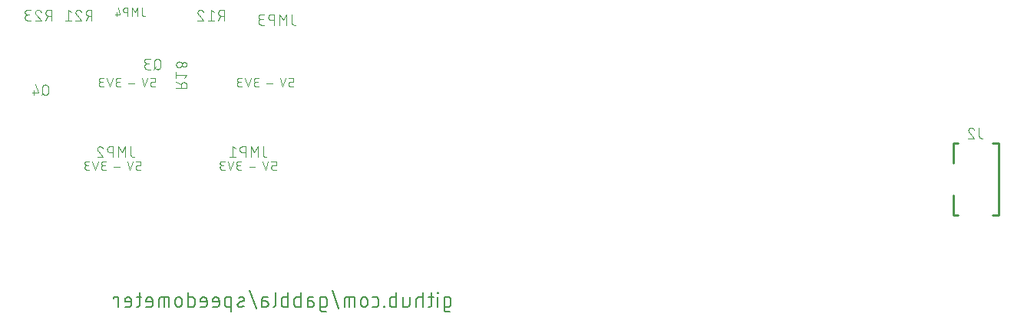
<source format=gbr>
G04 EAGLE Gerber RS-274X export*
G75*
%MOMM*%
%FSLAX34Y34*%
%LPD*%
%AMOC8*
5,1,8,0,0,1.08239X$1,22.5*%
G01*
%ADD10C,0.152400*%
%ADD11C,0.076200*%
%ADD12C,0.254000*%
%ADD13C,0.101600*%


D10*
X473984Y169672D02*
X478500Y169672D01*
X478601Y169674D01*
X478702Y169680D01*
X478803Y169689D01*
X478904Y169702D01*
X479004Y169719D01*
X479103Y169740D01*
X479201Y169764D01*
X479298Y169792D01*
X479395Y169824D01*
X479490Y169859D01*
X479583Y169898D01*
X479675Y169940D01*
X479766Y169986D01*
X479855Y170035D01*
X479941Y170087D01*
X480026Y170143D01*
X480109Y170201D01*
X480189Y170263D01*
X480267Y170328D01*
X480343Y170395D01*
X480416Y170465D01*
X480486Y170538D01*
X480553Y170614D01*
X480618Y170692D01*
X480680Y170772D01*
X480738Y170855D01*
X480794Y170940D01*
X480846Y171026D01*
X480895Y171115D01*
X480941Y171206D01*
X480983Y171298D01*
X481022Y171391D01*
X481057Y171486D01*
X481089Y171583D01*
X481117Y171680D01*
X481141Y171778D01*
X481162Y171877D01*
X481179Y171977D01*
X481192Y172078D01*
X481201Y172179D01*
X481207Y172280D01*
X481209Y172381D01*
X481209Y177800D01*
X481207Y177901D01*
X481201Y178002D01*
X481192Y178103D01*
X481179Y178204D01*
X481162Y178304D01*
X481141Y178403D01*
X481117Y178501D01*
X481089Y178598D01*
X481057Y178695D01*
X481022Y178790D01*
X480983Y178883D01*
X480941Y178975D01*
X480895Y179066D01*
X480846Y179155D01*
X480794Y179241D01*
X480738Y179326D01*
X480680Y179409D01*
X480618Y179489D01*
X480553Y179567D01*
X480486Y179643D01*
X480416Y179716D01*
X480343Y179786D01*
X480267Y179853D01*
X480189Y179918D01*
X480109Y179980D01*
X480026Y180038D01*
X479941Y180094D01*
X479855Y180146D01*
X479766Y180195D01*
X479675Y180241D01*
X479583Y180283D01*
X479490Y180322D01*
X479395Y180357D01*
X479298Y180389D01*
X479201Y180417D01*
X479103Y180441D01*
X479004Y180462D01*
X478904Y180479D01*
X478803Y180492D01*
X478702Y180501D01*
X478601Y180507D01*
X478500Y180509D01*
X473984Y180509D01*
X473984Y166963D01*
X473985Y166963D02*
X473987Y166862D01*
X473993Y166761D01*
X474002Y166660D01*
X474015Y166559D01*
X474032Y166459D01*
X474053Y166360D01*
X474077Y166262D01*
X474105Y166165D01*
X474137Y166068D01*
X474172Y165973D01*
X474211Y165880D01*
X474253Y165788D01*
X474299Y165697D01*
X474348Y165609D01*
X474400Y165522D01*
X474456Y165437D01*
X474514Y165354D01*
X474576Y165274D01*
X474641Y165196D01*
X474708Y165120D01*
X474778Y165047D01*
X474851Y164977D01*
X474927Y164910D01*
X475005Y164845D01*
X475085Y164783D01*
X475168Y164725D01*
X475253Y164669D01*
X475340Y164617D01*
X475428Y164568D01*
X475519Y164522D01*
X475611Y164480D01*
X475704Y164441D01*
X475799Y164406D01*
X475896Y164374D01*
X475993Y164346D01*
X476091Y164322D01*
X476190Y164301D01*
X476290Y164284D01*
X476391Y164271D01*
X476492Y164262D01*
X476593Y164256D01*
X476694Y164254D01*
X476694Y164253D02*
X480306Y164253D01*
X467103Y169672D02*
X467103Y180509D01*
X467554Y185025D02*
X467554Y185928D01*
X466651Y185928D01*
X466651Y185025D01*
X467554Y185025D01*
X462113Y180509D02*
X456694Y180509D01*
X460306Y185928D02*
X460306Y172381D01*
X460304Y172280D01*
X460298Y172179D01*
X460289Y172078D01*
X460276Y171977D01*
X460259Y171877D01*
X460238Y171778D01*
X460214Y171680D01*
X460186Y171583D01*
X460154Y171486D01*
X460119Y171391D01*
X460080Y171298D01*
X460038Y171206D01*
X459992Y171115D01*
X459943Y171026D01*
X459891Y170940D01*
X459835Y170855D01*
X459777Y170772D01*
X459715Y170692D01*
X459650Y170614D01*
X459583Y170538D01*
X459513Y170465D01*
X459440Y170395D01*
X459364Y170328D01*
X459286Y170263D01*
X459206Y170201D01*
X459123Y170143D01*
X459038Y170087D01*
X458952Y170035D01*
X458863Y169986D01*
X458772Y169940D01*
X458680Y169898D01*
X458587Y169859D01*
X458492Y169824D01*
X458395Y169792D01*
X458298Y169764D01*
X458200Y169740D01*
X458101Y169719D01*
X458001Y169702D01*
X457900Y169689D01*
X457799Y169680D01*
X457698Y169674D01*
X457597Y169672D01*
X456694Y169672D01*
X450395Y169672D02*
X450395Y185928D01*
X450395Y180509D02*
X445879Y180509D01*
X445775Y180507D01*
X445672Y180501D01*
X445568Y180491D01*
X445465Y180477D01*
X445363Y180459D01*
X445262Y180438D01*
X445161Y180412D01*
X445062Y180383D01*
X444963Y180350D01*
X444866Y180313D01*
X444771Y180272D01*
X444677Y180228D01*
X444585Y180180D01*
X444495Y180129D01*
X444406Y180074D01*
X444320Y180016D01*
X444237Y179954D01*
X444155Y179890D01*
X444077Y179822D01*
X444001Y179752D01*
X443927Y179679D01*
X443857Y179602D01*
X443789Y179524D01*
X443725Y179442D01*
X443663Y179359D01*
X443605Y179273D01*
X443550Y179184D01*
X443499Y179094D01*
X443451Y179002D01*
X443407Y178908D01*
X443366Y178813D01*
X443329Y178716D01*
X443296Y178617D01*
X443267Y178518D01*
X443241Y178417D01*
X443220Y178316D01*
X443202Y178214D01*
X443188Y178111D01*
X443178Y178007D01*
X443172Y177904D01*
X443170Y177800D01*
X443170Y169672D01*
X435805Y172381D02*
X435805Y180509D01*
X435805Y172381D02*
X435803Y172280D01*
X435797Y172179D01*
X435788Y172078D01*
X435775Y171977D01*
X435758Y171877D01*
X435737Y171778D01*
X435713Y171680D01*
X435685Y171583D01*
X435653Y171486D01*
X435618Y171391D01*
X435579Y171298D01*
X435537Y171206D01*
X435491Y171115D01*
X435442Y171026D01*
X435390Y170940D01*
X435334Y170855D01*
X435276Y170772D01*
X435214Y170692D01*
X435149Y170614D01*
X435082Y170538D01*
X435012Y170465D01*
X434939Y170395D01*
X434863Y170328D01*
X434785Y170263D01*
X434705Y170201D01*
X434622Y170143D01*
X434537Y170087D01*
X434451Y170035D01*
X434362Y169986D01*
X434271Y169940D01*
X434179Y169898D01*
X434086Y169859D01*
X433991Y169824D01*
X433894Y169792D01*
X433797Y169764D01*
X433699Y169740D01*
X433600Y169719D01*
X433500Y169702D01*
X433399Y169689D01*
X433298Y169680D01*
X433197Y169674D01*
X433096Y169672D01*
X428581Y169672D01*
X428581Y180509D01*
X421143Y185928D02*
X421143Y169672D01*
X416627Y169672D01*
X416523Y169674D01*
X416420Y169680D01*
X416316Y169690D01*
X416213Y169704D01*
X416111Y169722D01*
X416010Y169743D01*
X415909Y169769D01*
X415810Y169798D01*
X415711Y169831D01*
X415614Y169868D01*
X415519Y169909D01*
X415425Y169953D01*
X415333Y170001D01*
X415243Y170052D01*
X415154Y170107D01*
X415068Y170165D01*
X414985Y170227D01*
X414903Y170291D01*
X414825Y170359D01*
X414749Y170429D01*
X414675Y170502D01*
X414605Y170579D01*
X414537Y170657D01*
X414473Y170739D01*
X414411Y170822D01*
X414353Y170908D01*
X414298Y170997D01*
X414247Y171087D01*
X414199Y171179D01*
X414155Y171273D01*
X414114Y171368D01*
X414077Y171465D01*
X414044Y171564D01*
X414015Y171663D01*
X413989Y171764D01*
X413968Y171865D01*
X413950Y171967D01*
X413936Y172070D01*
X413926Y172174D01*
X413920Y172277D01*
X413918Y172381D01*
X413918Y177800D01*
X413920Y177901D01*
X413926Y178002D01*
X413935Y178103D01*
X413948Y178204D01*
X413965Y178304D01*
X413986Y178403D01*
X414010Y178501D01*
X414038Y178598D01*
X414070Y178695D01*
X414105Y178790D01*
X414144Y178883D01*
X414186Y178975D01*
X414232Y179066D01*
X414281Y179155D01*
X414333Y179241D01*
X414389Y179326D01*
X414447Y179409D01*
X414509Y179489D01*
X414574Y179567D01*
X414641Y179643D01*
X414711Y179716D01*
X414784Y179786D01*
X414860Y179853D01*
X414938Y179918D01*
X415018Y179980D01*
X415101Y180038D01*
X415186Y180094D01*
X415273Y180146D01*
X415361Y180195D01*
X415452Y180241D01*
X415544Y180283D01*
X415637Y180322D01*
X415732Y180357D01*
X415829Y180389D01*
X415926Y180417D01*
X416024Y180441D01*
X416123Y180462D01*
X416223Y180479D01*
X416324Y180492D01*
X416425Y180501D01*
X416526Y180507D01*
X416627Y180509D01*
X421143Y180509D01*
X408156Y170575D02*
X408156Y169672D01*
X408156Y170575D02*
X407253Y170575D01*
X407253Y169672D01*
X408156Y169672D01*
X398690Y169672D02*
X395077Y169672D01*
X398690Y169672D02*
X398791Y169674D01*
X398892Y169680D01*
X398993Y169689D01*
X399094Y169702D01*
X399194Y169719D01*
X399293Y169740D01*
X399391Y169764D01*
X399488Y169792D01*
X399585Y169824D01*
X399680Y169859D01*
X399773Y169898D01*
X399865Y169940D01*
X399956Y169986D01*
X400045Y170035D01*
X400131Y170087D01*
X400216Y170143D01*
X400299Y170201D01*
X400379Y170263D01*
X400457Y170328D01*
X400533Y170395D01*
X400606Y170465D01*
X400676Y170538D01*
X400743Y170614D01*
X400808Y170692D01*
X400870Y170772D01*
X400928Y170855D01*
X400984Y170940D01*
X401036Y171026D01*
X401085Y171115D01*
X401131Y171206D01*
X401173Y171298D01*
X401212Y171391D01*
X401247Y171486D01*
X401279Y171583D01*
X401307Y171680D01*
X401331Y171778D01*
X401352Y171877D01*
X401369Y171977D01*
X401382Y172078D01*
X401391Y172179D01*
X401397Y172280D01*
X401399Y172381D01*
X401399Y177800D01*
X401397Y177901D01*
X401391Y178002D01*
X401382Y178103D01*
X401369Y178204D01*
X401352Y178304D01*
X401331Y178403D01*
X401307Y178501D01*
X401279Y178598D01*
X401247Y178695D01*
X401212Y178790D01*
X401173Y178883D01*
X401131Y178975D01*
X401085Y179066D01*
X401036Y179155D01*
X400984Y179241D01*
X400928Y179326D01*
X400870Y179409D01*
X400808Y179489D01*
X400743Y179567D01*
X400676Y179643D01*
X400606Y179716D01*
X400533Y179786D01*
X400457Y179853D01*
X400379Y179918D01*
X400299Y179980D01*
X400216Y180038D01*
X400131Y180094D01*
X400045Y180146D01*
X399956Y180195D01*
X399865Y180241D01*
X399773Y180283D01*
X399680Y180322D01*
X399585Y180357D01*
X399488Y180389D01*
X399391Y180417D01*
X399293Y180441D01*
X399194Y180462D01*
X399094Y180479D01*
X398993Y180492D01*
X398892Y180501D01*
X398791Y180507D01*
X398690Y180509D01*
X395077Y180509D01*
X389433Y176897D02*
X389433Y173284D01*
X389432Y176897D02*
X389430Y177016D01*
X389424Y177136D01*
X389414Y177255D01*
X389400Y177373D01*
X389383Y177492D01*
X389361Y177609D01*
X389336Y177726D01*
X389306Y177841D01*
X389273Y177956D01*
X389236Y178070D01*
X389196Y178182D01*
X389151Y178293D01*
X389103Y178402D01*
X389052Y178510D01*
X388997Y178616D01*
X388938Y178720D01*
X388876Y178822D01*
X388811Y178922D01*
X388742Y179020D01*
X388670Y179116D01*
X388595Y179209D01*
X388518Y179299D01*
X388437Y179387D01*
X388353Y179472D01*
X388266Y179554D01*
X388177Y179634D01*
X388085Y179710D01*
X387991Y179784D01*
X387894Y179854D01*
X387796Y179921D01*
X387695Y179985D01*
X387591Y180045D01*
X387486Y180102D01*
X387379Y180155D01*
X387271Y180205D01*
X387161Y180251D01*
X387049Y180293D01*
X386936Y180332D01*
X386822Y180367D01*
X386707Y180398D01*
X386590Y180426D01*
X386473Y180449D01*
X386356Y180469D01*
X386237Y180485D01*
X386118Y180497D01*
X385999Y180505D01*
X385880Y180509D01*
X385760Y180509D01*
X385641Y180505D01*
X385522Y180497D01*
X385403Y180485D01*
X385284Y180469D01*
X385167Y180449D01*
X385050Y180426D01*
X384933Y180398D01*
X384818Y180367D01*
X384704Y180332D01*
X384591Y180293D01*
X384479Y180251D01*
X384369Y180205D01*
X384261Y180155D01*
X384154Y180102D01*
X384049Y180045D01*
X383945Y179985D01*
X383844Y179921D01*
X383746Y179854D01*
X383649Y179784D01*
X383555Y179710D01*
X383463Y179634D01*
X383374Y179554D01*
X383287Y179472D01*
X383203Y179387D01*
X383122Y179299D01*
X383045Y179209D01*
X382970Y179116D01*
X382898Y179020D01*
X382829Y178922D01*
X382764Y178822D01*
X382702Y178720D01*
X382643Y178616D01*
X382588Y178510D01*
X382537Y178402D01*
X382489Y178293D01*
X382444Y178182D01*
X382404Y178070D01*
X382367Y177956D01*
X382334Y177841D01*
X382304Y177726D01*
X382279Y177609D01*
X382257Y177492D01*
X382240Y177373D01*
X382226Y177255D01*
X382216Y177136D01*
X382210Y177016D01*
X382208Y176897D01*
X382208Y173284D01*
X382210Y173165D01*
X382216Y173045D01*
X382226Y172926D01*
X382240Y172808D01*
X382257Y172689D01*
X382279Y172572D01*
X382304Y172455D01*
X382334Y172340D01*
X382367Y172225D01*
X382404Y172111D01*
X382444Y171999D01*
X382489Y171888D01*
X382537Y171779D01*
X382588Y171671D01*
X382643Y171565D01*
X382702Y171461D01*
X382764Y171359D01*
X382829Y171259D01*
X382898Y171161D01*
X382970Y171065D01*
X383045Y170972D01*
X383122Y170882D01*
X383203Y170794D01*
X383287Y170709D01*
X383374Y170627D01*
X383463Y170547D01*
X383555Y170471D01*
X383649Y170397D01*
X383746Y170327D01*
X383844Y170260D01*
X383945Y170196D01*
X384049Y170136D01*
X384154Y170079D01*
X384261Y170026D01*
X384369Y169976D01*
X384479Y169930D01*
X384591Y169888D01*
X384704Y169849D01*
X384818Y169814D01*
X384933Y169783D01*
X385050Y169755D01*
X385167Y169732D01*
X385284Y169712D01*
X385403Y169696D01*
X385522Y169684D01*
X385641Y169676D01*
X385760Y169672D01*
X385880Y169672D01*
X385999Y169676D01*
X386118Y169684D01*
X386237Y169696D01*
X386356Y169712D01*
X386473Y169732D01*
X386590Y169755D01*
X386707Y169783D01*
X386822Y169814D01*
X386936Y169849D01*
X387049Y169888D01*
X387161Y169930D01*
X387271Y169976D01*
X387379Y170026D01*
X387486Y170079D01*
X387591Y170136D01*
X387695Y170196D01*
X387796Y170260D01*
X387894Y170327D01*
X387991Y170397D01*
X388085Y170471D01*
X388177Y170547D01*
X388266Y170627D01*
X388353Y170709D01*
X388437Y170794D01*
X388518Y170882D01*
X388595Y170972D01*
X388670Y171065D01*
X388742Y171161D01*
X388811Y171259D01*
X388876Y171359D01*
X388938Y171461D01*
X388997Y171565D01*
X389052Y171671D01*
X389103Y171779D01*
X389151Y171888D01*
X389196Y171999D01*
X389236Y172111D01*
X389273Y172225D01*
X389306Y172340D01*
X389336Y172455D01*
X389361Y172572D01*
X389383Y172689D01*
X389400Y172808D01*
X389414Y172926D01*
X389424Y173045D01*
X389430Y173165D01*
X389432Y173284D01*
X375087Y169672D02*
X375087Y180509D01*
X366959Y180509D01*
X366858Y180507D01*
X366757Y180501D01*
X366656Y180492D01*
X366555Y180479D01*
X366455Y180462D01*
X366356Y180441D01*
X366258Y180417D01*
X366161Y180389D01*
X366064Y180357D01*
X365969Y180322D01*
X365876Y180283D01*
X365784Y180241D01*
X365693Y180195D01*
X365605Y180146D01*
X365518Y180094D01*
X365433Y180038D01*
X365350Y179980D01*
X365270Y179918D01*
X365192Y179853D01*
X365116Y179786D01*
X365043Y179716D01*
X364973Y179643D01*
X364906Y179567D01*
X364841Y179489D01*
X364779Y179409D01*
X364721Y179326D01*
X364665Y179241D01*
X364613Y179155D01*
X364564Y179066D01*
X364518Y178975D01*
X364476Y178883D01*
X364437Y178790D01*
X364402Y178695D01*
X364370Y178598D01*
X364342Y178501D01*
X364318Y178403D01*
X364297Y178304D01*
X364280Y178204D01*
X364267Y178103D01*
X364258Y178002D01*
X364252Y177901D01*
X364250Y177800D01*
X364249Y177800D02*
X364249Y169672D01*
X369668Y169672D02*
X369668Y180509D01*
X357649Y167866D02*
X350424Y187734D01*
X341987Y169672D02*
X337472Y169672D01*
X341987Y169672D02*
X342088Y169674D01*
X342189Y169680D01*
X342290Y169689D01*
X342391Y169702D01*
X342491Y169719D01*
X342590Y169740D01*
X342688Y169764D01*
X342785Y169792D01*
X342882Y169824D01*
X342977Y169859D01*
X343070Y169898D01*
X343162Y169940D01*
X343253Y169986D01*
X343342Y170035D01*
X343428Y170087D01*
X343513Y170143D01*
X343596Y170201D01*
X343676Y170263D01*
X343754Y170328D01*
X343830Y170395D01*
X343903Y170465D01*
X343973Y170538D01*
X344040Y170614D01*
X344105Y170692D01*
X344167Y170772D01*
X344225Y170855D01*
X344281Y170940D01*
X344333Y171026D01*
X344382Y171115D01*
X344428Y171206D01*
X344470Y171298D01*
X344509Y171391D01*
X344544Y171486D01*
X344576Y171583D01*
X344604Y171680D01*
X344628Y171778D01*
X344649Y171877D01*
X344666Y171977D01*
X344679Y172078D01*
X344688Y172179D01*
X344694Y172280D01*
X344696Y172381D01*
X344697Y172381D02*
X344697Y177800D01*
X344696Y177800D02*
X344694Y177901D01*
X344688Y178002D01*
X344679Y178103D01*
X344666Y178204D01*
X344649Y178304D01*
X344628Y178403D01*
X344604Y178501D01*
X344576Y178598D01*
X344544Y178695D01*
X344509Y178790D01*
X344470Y178883D01*
X344428Y178975D01*
X344382Y179066D01*
X344333Y179155D01*
X344281Y179241D01*
X344225Y179326D01*
X344167Y179409D01*
X344105Y179489D01*
X344040Y179567D01*
X343973Y179643D01*
X343903Y179716D01*
X343830Y179786D01*
X343754Y179853D01*
X343676Y179918D01*
X343596Y179980D01*
X343513Y180038D01*
X343428Y180094D01*
X343342Y180146D01*
X343253Y180195D01*
X343162Y180241D01*
X343070Y180283D01*
X342977Y180322D01*
X342882Y180357D01*
X342785Y180389D01*
X342688Y180417D01*
X342590Y180441D01*
X342491Y180462D01*
X342391Y180479D01*
X342290Y180492D01*
X342189Y180501D01*
X342088Y180507D01*
X341987Y180509D01*
X337472Y180509D01*
X337472Y166963D01*
X337474Y166862D01*
X337480Y166761D01*
X337489Y166660D01*
X337502Y166559D01*
X337519Y166459D01*
X337540Y166360D01*
X337564Y166262D01*
X337592Y166165D01*
X337624Y166068D01*
X337659Y165973D01*
X337698Y165880D01*
X337740Y165788D01*
X337786Y165697D01*
X337835Y165609D01*
X337887Y165522D01*
X337943Y165437D01*
X338001Y165354D01*
X338063Y165274D01*
X338128Y165196D01*
X338195Y165120D01*
X338265Y165047D01*
X338338Y164977D01*
X338414Y164910D01*
X338492Y164845D01*
X338572Y164783D01*
X338655Y164725D01*
X338740Y164669D01*
X338827Y164617D01*
X338915Y164568D01*
X339006Y164522D01*
X339098Y164480D01*
X339191Y164441D01*
X339286Y164406D01*
X339383Y164374D01*
X339480Y164346D01*
X339578Y164322D01*
X339677Y164301D01*
X339777Y164284D01*
X339878Y164271D01*
X339979Y164262D01*
X340080Y164256D01*
X340181Y164254D01*
X340181Y164253D02*
X343793Y164253D01*
X327468Y175994D02*
X323404Y175994D01*
X327468Y175994D02*
X327580Y175992D01*
X327691Y175986D01*
X327802Y175976D01*
X327913Y175963D01*
X328023Y175945D01*
X328132Y175923D01*
X328241Y175898D01*
X328349Y175869D01*
X328455Y175836D01*
X328561Y175799D01*
X328665Y175759D01*
X328767Y175715D01*
X328868Y175667D01*
X328967Y175616D01*
X329065Y175561D01*
X329160Y175503D01*
X329253Y175442D01*
X329344Y175377D01*
X329433Y175309D01*
X329519Y175238D01*
X329602Y175165D01*
X329683Y175088D01*
X329762Y175008D01*
X329837Y174926D01*
X329909Y174841D01*
X329979Y174754D01*
X330045Y174664D01*
X330108Y174572D01*
X330168Y174477D01*
X330224Y174381D01*
X330277Y174283D01*
X330326Y174183D01*
X330372Y174081D01*
X330414Y173978D01*
X330453Y173873D01*
X330488Y173767D01*
X330519Y173660D01*
X330546Y173552D01*
X330570Y173443D01*
X330589Y173333D01*
X330605Y173223D01*
X330617Y173112D01*
X330625Y173000D01*
X330629Y172889D01*
X330629Y172777D01*
X330625Y172666D01*
X330617Y172554D01*
X330605Y172443D01*
X330589Y172333D01*
X330570Y172223D01*
X330546Y172114D01*
X330519Y172006D01*
X330488Y171899D01*
X330453Y171793D01*
X330414Y171688D01*
X330372Y171585D01*
X330326Y171483D01*
X330277Y171383D01*
X330224Y171285D01*
X330168Y171189D01*
X330108Y171094D01*
X330045Y171002D01*
X329979Y170912D01*
X329909Y170825D01*
X329837Y170740D01*
X329762Y170658D01*
X329683Y170578D01*
X329602Y170501D01*
X329519Y170428D01*
X329433Y170357D01*
X329344Y170289D01*
X329253Y170224D01*
X329160Y170163D01*
X329065Y170105D01*
X328967Y170050D01*
X328868Y169999D01*
X328767Y169951D01*
X328665Y169907D01*
X328561Y169867D01*
X328455Y169830D01*
X328349Y169797D01*
X328241Y169768D01*
X328132Y169743D01*
X328023Y169721D01*
X327913Y169703D01*
X327802Y169690D01*
X327691Y169680D01*
X327580Y169674D01*
X327468Y169672D01*
X323404Y169672D01*
X323404Y177800D01*
X323406Y177901D01*
X323412Y178002D01*
X323421Y178103D01*
X323434Y178204D01*
X323451Y178304D01*
X323472Y178403D01*
X323496Y178501D01*
X323524Y178598D01*
X323556Y178695D01*
X323591Y178790D01*
X323630Y178883D01*
X323672Y178975D01*
X323718Y179066D01*
X323767Y179155D01*
X323819Y179241D01*
X323875Y179326D01*
X323933Y179409D01*
X323995Y179489D01*
X324060Y179567D01*
X324127Y179643D01*
X324197Y179716D01*
X324270Y179786D01*
X324346Y179853D01*
X324424Y179918D01*
X324504Y179980D01*
X324587Y180038D01*
X324672Y180094D01*
X324759Y180146D01*
X324847Y180195D01*
X324938Y180241D01*
X325030Y180283D01*
X325123Y180322D01*
X325218Y180357D01*
X325315Y180389D01*
X325412Y180417D01*
X325510Y180441D01*
X325609Y180462D01*
X325709Y180479D01*
X325810Y180492D01*
X325911Y180501D01*
X326012Y180507D01*
X326113Y180509D01*
X329725Y180509D01*
X315893Y185928D02*
X315893Y169672D01*
X311377Y169672D01*
X311273Y169674D01*
X311170Y169680D01*
X311066Y169690D01*
X310963Y169704D01*
X310861Y169722D01*
X310760Y169743D01*
X310659Y169769D01*
X310560Y169798D01*
X310461Y169831D01*
X310364Y169868D01*
X310269Y169909D01*
X310175Y169953D01*
X310083Y170001D01*
X309993Y170052D01*
X309904Y170107D01*
X309818Y170165D01*
X309735Y170227D01*
X309653Y170291D01*
X309575Y170359D01*
X309499Y170429D01*
X309425Y170502D01*
X309355Y170579D01*
X309287Y170657D01*
X309223Y170739D01*
X309161Y170822D01*
X309103Y170908D01*
X309048Y170997D01*
X308997Y171087D01*
X308949Y171179D01*
X308905Y171273D01*
X308864Y171368D01*
X308827Y171465D01*
X308794Y171564D01*
X308765Y171663D01*
X308739Y171764D01*
X308718Y171865D01*
X308700Y171967D01*
X308686Y172070D01*
X308676Y172174D01*
X308670Y172277D01*
X308668Y172381D01*
X308668Y177800D01*
X308670Y177901D01*
X308676Y178002D01*
X308685Y178103D01*
X308698Y178204D01*
X308715Y178304D01*
X308736Y178403D01*
X308760Y178501D01*
X308788Y178598D01*
X308820Y178695D01*
X308855Y178790D01*
X308894Y178883D01*
X308936Y178975D01*
X308982Y179066D01*
X309031Y179155D01*
X309083Y179241D01*
X309139Y179326D01*
X309197Y179409D01*
X309259Y179489D01*
X309324Y179567D01*
X309391Y179643D01*
X309461Y179716D01*
X309534Y179786D01*
X309610Y179853D01*
X309688Y179918D01*
X309768Y179980D01*
X309851Y180038D01*
X309936Y180094D01*
X310023Y180146D01*
X310111Y180195D01*
X310202Y180241D01*
X310294Y180283D01*
X310387Y180322D01*
X310482Y180357D01*
X310579Y180389D01*
X310676Y180417D01*
X310774Y180441D01*
X310873Y180462D01*
X310973Y180479D01*
X311074Y180492D01*
X311175Y180501D01*
X311276Y180507D01*
X311377Y180509D01*
X315893Y180509D01*
X301825Y185928D02*
X301825Y169672D01*
X297309Y169672D01*
X297205Y169674D01*
X297102Y169680D01*
X296998Y169690D01*
X296895Y169704D01*
X296793Y169722D01*
X296692Y169743D01*
X296591Y169769D01*
X296492Y169798D01*
X296393Y169831D01*
X296296Y169868D01*
X296201Y169909D01*
X296107Y169953D01*
X296015Y170001D01*
X295925Y170052D01*
X295836Y170107D01*
X295750Y170165D01*
X295667Y170227D01*
X295585Y170291D01*
X295507Y170359D01*
X295431Y170429D01*
X295357Y170502D01*
X295287Y170579D01*
X295219Y170657D01*
X295155Y170739D01*
X295093Y170822D01*
X295035Y170908D01*
X294980Y170997D01*
X294929Y171087D01*
X294881Y171179D01*
X294837Y171273D01*
X294796Y171368D01*
X294759Y171465D01*
X294726Y171564D01*
X294697Y171663D01*
X294671Y171764D01*
X294650Y171865D01*
X294632Y171967D01*
X294618Y172070D01*
X294608Y172174D01*
X294602Y172277D01*
X294600Y172381D01*
X294600Y177800D01*
X294602Y177901D01*
X294608Y178002D01*
X294617Y178103D01*
X294630Y178204D01*
X294647Y178304D01*
X294668Y178403D01*
X294692Y178501D01*
X294720Y178598D01*
X294752Y178695D01*
X294787Y178790D01*
X294826Y178883D01*
X294868Y178975D01*
X294914Y179066D01*
X294963Y179155D01*
X295015Y179241D01*
X295071Y179326D01*
X295129Y179409D01*
X295191Y179489D01*
X295256Y179567D01*
X295323Y179643D01*
X295393Y179716D01*
X295466Y179786D01*
X295542Y179853D01*
X295620Y179918D01*
X295700Y179980D01*
X295783Y180038D01*
X295868Y180094D01*
X295955Y180146D01*
X296043Y180195D01*
X296134Y180241D01*
X296226Y180283D01*
X296319Y180322D01*
X296414Y180357D01*
X296511Y180389D01*
X296608Y180417D01*
X296706Y180441D01*
X296805Y180462D01*
X296905Y180479D01*
X297006Y180492D01*
X297107Y180501D01*
X297208Y180507D01*
X297309Y180509D01*
X301825Y180509D01*
X288114Y185928D02*
X288114Y172381D01*
X288112Y172280D01*
X288106Y172179D01*
X288097Y172078D01*
X288084Y171977D01*
X288067Y171877D01*
X288046Y171778D01*
X288022Y171680D01*
X287994Y171583D01*
X287962Y171486D01*
X287927Y171391D01*
X287888Y171298D01*
X287846Y171206D01*
X287800Y171115D01*
X287751Y171026D01*
X287699Y170940D01*
X287643Y170855D01*
X287585Y170772D01*
X287523Y170692D01*
X287458Y170614D01*
X287391Y170538D01*
X287321Y170465D01*
X287248Y170395D01*
X287172Y170328D01*
X287094Y170263D01*
X287014Y170201D01*
X286931Y170143D01*
X286846Y170087D01*
X286760Y170035D01*
X286671Y169986D01*
X286580Y169940D01*
X286488Y169898D01*
X286395Y169859D01*
X286300Y169824D01*
X286203Y169792D01*
X286106Y169764D01*
X286008Y169740D01*
X285909Y169719D01*
X285809Y169702D01*
X285708Y169689D01*
X285607Y169680D01*
X285506Y169674D01*
X285405Y169672D01*
X276927Y175994D02*
X272863Y175994D01*
X276927Y175994D02*
X277039Y175992D01*
X277150Y175986D01*
X277261Y175976D01*
X277372Y175963D01*
X277482Y175945D01*
X277591Y175923D01*
X277700Y175898D01*
X277808Y175869D01*
X277914Y175836D01*
X278020Y175799D01*
X278124Y175759D01*
X278226Y175715D01*
X278327Y175667D01*
X278426Y175616D01*
X278524Y175561D01*
X278619Y175503D01*
X278712Y175442D01*
X278803Y175377D01*
X278892Y175309D01*
X278978Y175238D01*
X279061Y175165D01*
X279142Y175088D01*
X279221Y175008D01*
X279296Y174926D01*
X279368Y174841D01*
X279438Y174754D01*
X279504Y174664D01*
X279567Y174572D01*
X279627Y174477D01*
X279683Y174381D01*
X279736Y174283D01*
X279785Y174183D01*
X279831Y174081D01*
X279873Y173978D01*
X279912Y173873D01*
X279947Y173767D01*
X279978Y173660D01*
X280005Y173552D01*
X280029Y173443D01*
X280048Y173333D01*
X280064Y173223D01*
X280076Y173112D01*
X280084Y173000D01*
X280088Y172889D01*
X280088Y172777D01*
X280084Y172666D01*
X280076Y172554D01*
X280064Y172443D01*
X280048Y172333D01*
X280029Y172223D01*
X280005Y172114D01*
X279978Y172006D01*
X279947Y171899D01*
X279912Y171793D01*
X279873Y171688D01*
X279831Y171585D01*
X279785Y171483D01*
X279736Y171383D01*
X279683Y171285D01*
X279627Y171189D01*
X279567Y171094D01*
X279504Y171002D01*
X279438Y170912D01*
X279368Y170825D01*
X279296Y170740D01*
X279221Y170658D01*
X279142Y170578D01*
X279061Y170501D01*
X278978Y170428D01*
X278892Y170357D01*
X278803Y170289D01*
X278712Y170224D01*
X278619Y170163D01*
X278524Y170105D01*
X278426Y170050D01*
X278327Y169999D01*
X278226Y169951D01*
X278124Y169907D01*
X278020Y169867D01*
X277914Y169830D01*
X277808Y169797D01*
X277700Y169768D01*
X277591Y169743D01*
X277482Y169721D01*
X277372Y169703D01*
X277261Y169690D01*
X277150Y169680D01*
X277039Y169674D01*
X276927Y169672D01*
X272863Y169672D01*
X272863Y177800D01*
X272865Y177901D01*
X272871Y178002D01*
X272880Y178103D01*
X272893Y178204D01*
X272910Y178304D01*
X272931Y178403D01*
X272955Y178501D01*
X272983Y178598D01*
X273015Y178695D01*
X273050Y178790D01*
X273089Y178883D01*
X273131Y178975D01*
X273177Y179066D01*
X273226Y179155D01*
X273278Y179241D01*
X273334Y179326D01*
X273392Y179409D01*
X273454Y179489D01*
X273519Y179567D01*
X273586Y179643D01*
X273656Y179716D01*
X273729Y179786D01*
X273805Y179853D01*
X273883Y179918D01*
X273963Y179980D01*
X274046Y180038D01*
X274131Y180094D01*
X274218Y180146D01*
X274306Y180195D01*
X274397Y180241D01*
X274489Y180283D01*
X274582Y180322D01*
X274677Y180357D01*
X274774Y180389D01*
X274871Y180417D01*
X274969Y180441D01*
X275068Y180462D01*
X275168Y180479D01*
X275269Y180492D01*
X275370Y180501D01*
X275471Y180507D01*
X275572Y180509D01*
X279184Y180509D01*
X266467Y167866D02*
X259242Y187734D01*
X252087Y175994D02*
X247571Y174188D01*
X252087Y175994D02*
X252175Y176031D01*
X252261Y176072D01*
X252346Y176116D01*
X252429Y176164D01*
X252509Y176215D01*
X252588Y176269D01*
X252664Y176327D01*
X252738Y176387D01*
X252810Y176451D01*
X252878Y176517D01*
X252944Y176587D01*
X253007Y176658D01*
X253068Y176733D01*
X253125Y176809D01*
X253178Y176888D01*
X253229Y176969D01*
X253276Y177052D01*
X253320Y177137D01*
X253360Y177224D01*
X253397Y177312D01*
X253430Y177402D01*
X253460Y177493D01*
X253485Y177585D01*
X253507Y177678D01*
X253525Y177772D01*
X253540Y177866D01*
X253550Y177961D01*
X253556Y178057D01*
X253559Y178152D01*
X253558Y178248D01*
X253552Y178343D01*
X253543Y178439D01*
X253530Y178533D01*
X253514Y178627D01*
X253493Y178721D01*
X253468Y178813D01*
X253440Y178904D01*
X253408Y178994D01*
X253373Y179083D01*
X253334Y179170D01*
X253291Y179256D01*
X253245Y179340D01*
X253195Y179421D01*
X253143Y179501D01*
X253087Y179579D01*
X253027Y179654D01*
X252965Y179726D01*
X252900Y179796D01*
X252832Y179864D01*
X252762Y179928D01*
X252689Y179990D01*
X252613Y180048D01*
X252535Y180104D01*
X252455Y180156D01*
X252373Y180205D01*
X252289Y180250D01*
X252203Y180292D01*
X252116Y180331D01*
X252027Y180366D01*
X251936Y180397D01*
X251845Y180424D01*
X251752Y180448D01*
X251659Y180468D01*
X251565Y180484D01*
X251470Y180496D01*
X251375Y180505D01*
X251279Y180509D01*
X251184Y180510D01*
X250937Y180503D01*
X250691Y180491D01*
X250445Y180473D01*
X250199Y180448D01*
X249955Y180418D01*
X249711Y180382D01*
X249468Y180341D01*
X249226Y180293D01*
X248985Y180239D01*
X248746Y180180D01*
X248508Y180115D01*
X248272Y180044D01*
X248037Y179968D01*
X247804Y179886D01*
X247574Y179798D01*
X247346Y179705D01*
X247119Y179607D01*
X247571Y174187D02*
X247483Y174150D01*
X247397Y174109D01*
X247312Y174065D01*
X247229Y174017D01*
X247149Y173966D01*
X247070Y173912D01*
X246994Y173854D01*
X246920Y173794D01*
X246848Y173730D01*
X246780Y173664D01*
X246714Y173594D01*
X246651Y173523D01*
X246590Y173448D01*
X246533Y173372D01*
X246480Y173293D01*
X246429Y173212D01*
X246382Y173129D01*
X246338Y173044D01*
X246298Y172957D01*
X246261Y172869D01*
X246228Y172779D01*
X246198Y172688D01*
X246173Y172596D01*
X246151Y172503D01*
X246133Y172409D01*
X246118Y172315D01*
X246108Y172220D01*
X246102Y172124D01*
X246099Y172029D01*
X246100Y171933D01*
X246106Y171838D01*
X246115Y171742D01*
X246128Y171648D01*
X246144Y171554D01*
X246165Y171460D01*
X246190Y171368D01*
X246218Y171277D01*
X246250Y171187D01*
X246285Y171098D01*
X246324Y171011D01*
X246367Y170925D01*
X246413Y170841D01*
X246463Y170760D01*
X246515Y170680D01*
X246571Y170602D01*
X246631Y170527D01*
X246693Y170455D01*
X246758Y170385D01*
X246826Y170317D01*
X246896Y170253D01*
X246969Y170191D01*
X247045Y170133D01*
X247123Y170077D01*
X247203Y170025D01*
X247285Y169976D01*
X247369Y169931D01*
X247455Y169889D01*
X247542Y169850D01*
X247631Y169815D01*
X247722Y169784D01*
X247813Y169757D01*
X247906Y169733D01*
X247999Y169713D01*
X248093Y169697D01*
X248188Y169685D01*
X248283Y169676D01*
X248379Y169672D01*
X248474Y169671D01*
X248474Y169672D02*
X248836Y169681D01*
X249198Y169699D01*
X249559Y169726D01*
X249919Y169761D01*
X250279Y169804D01*
X250638Y169856D01*
X250995Y169917D01*
X251350Y169986D01*
X251704Y170063D01*
X252056Y170149D01*
X252406Y170243D01*
X252754Y170346D01*
X253099Y170456D01*
X253441Y170575D01*
X239300Y164253D02*
X239300Y180509D01*
X234784Y180509D01*
X234680Y180507D01*
X234577Y180501D01*
X234473Y180491D01*
X234370Y180477D01*
X234268Y180459D01*
X234167Y180438D01*
X234066Y180412D01*
X233967Y180383D01*
X233868Y180350D01*
X233771Y180313D01*
X233676Y180272D01*
X233582Y180228D01*
X233490Y180180D01*
X233400Y180129D01*
X233311Y180074D01*
X233225Y180016D01*
X233142Y179954D01*
X233060Y179890D01*
X232982Y179822D01*
X232906Y179752D01*
X232832Y179679D01*
X232762Y179602D01*
X232694Y179524D01*
X232630Y179442D01*
X232568Y179359D01*
X232510Y179273D01*
X232455Y179184D01*
X232404Y179094D01*
X232356Y179002D01*
X232312Y178908D01*
X232271Y178813D01*
X232234Y178716D01*
X232201Y178617D01*
X232172Y178518D01*
X232146Y178417D01*
X232125Y178316D01*
X232107Y178214D01*
X232093Y178111D01*
X232083Y178007D01*
X232077Y177904D01*
X232075Y177800D01*
X232075Y172381D01*
X232077Y172280D01*
X232083Y172179D01*
X232092Y172078D01*
X232105Y171977D01*
X232122Y171877D01*
X232143Y171778D01*
X232167Y171680D01*
X232195Y171583D01*
X232227Y171486D01*
X232262Y171391D01*
X232301Y171298D01*
X232343Y171206D01*
X232389Y171115D01*
X232438Y171026D01*
X232490Y170940D01*
X232546Y170855D01*
X232604Y170772D01*
X232666Y170692D01*
X232731Y170614D01*
X232798Y170538D01*
X232868Y170465D01*
X232941Y170395D01*
X233017Y170328D01*
X233095Y170263D01*
X233175Y170201D01*
X233258Y170143D01*
X233343Y170087D01*
X233430Y170035D01*
X233518Y169986D01*
X233609Y169940D01*
X233701Y169898D01*
X233794Y169859D01*
X233889Y169824D01*
X233986Y169792D01*
X234083Y169764D01*
X234181Y169740D01*
X234280Y169719D01*
X234380Y169702D01*
X234481Y169689D01*
X234582Y169680D01*
X234683Y169674D01*
X234784Y169672D01*
X239300Y169672D01*
X223117Y169672D02*
X218601Y169672D01*
X223117Y169672D02*
X223218Y169674D01*
X223319Y169680D01*
X223420Y169689D01*
X223521Y169702D01*
X223621Y169719D01*
X223720Y169740D01*
X223818Y169764D01*
X223915Y169792D01*
X224012Y169824D01*
X224107Y169859D01*
X224200Y169898D01*
X224292Y169940D01*
X224383Y169986D01*
X224472Y170035D01*
X224558Y170087D01*
X224643Y170143D01*
X224726Y170201D01*
X224806Y170263D01*
X224884Y170328D01*
X224960Y170395D01*
X225033Y170465D01*
X225103Y170538D01*
X225170Y170614D01*
X225235Y170692D01*
X225297Y170772D01*
X225355Y170855D01*
X225411Y170940D01*
X225463Y171026D01*
X225512Y171115D01*
X225558Y171206D01*
X225600Y171298D01*
X225639Y171391D01*
X225674Y171486D01*
X225706Y171583D01*
X225734Y171680D01*
X225758Y171778D01*
X225779Y171877D01*
X225796Y171977D01*
X225809Y172078D01*
X225818Y172179D01*
X225824Y172280D01*
X225826Y172381D01*
X225826Y176897D01*
X225824Y177016D01*
X225818Y177136D01*
X225808Y177255D01*
X225794Y177373D01*
X225777Y177492D01*
X225755Y177609D01*
X225730Y177726D01*
X225700Y177841D01*
X225667Y177956D01*
X225630Y178070D01*
X225590Y178182D01*
X225545Y178293D01*
X225497Y178402D01*
X225446Y178510D01*
X225391Y178616D01*
X225332Y178720D01*
X225270Y178822D01*
X225205Y178922D01*
X225136Y179020D01*
X225064Y179116D01*
X224989Y179209D01*
X224912Y179299D01*
X224831Y179387D01*
X224747Y179472D01*
X224660Y179554D01*
X224571Y179634D01*
X224479Y179710D01*
X224385Y179784D01*
X224288Y179854D01*
X224190Y179921D01*
X224089Y179985D01*
X223985Y180045D01*
X223880Y180102D01*
X223773Y180155D01*
X223665Y180205D01*
X223555Y180251D01*
X223443Y180293D01*
X223330Y180332D01*
X223216Y180367D01*
X223101Y180398D01*
X222984Y180426D01*
X222867Y180449D01*
X222750Y180469D01*
X222631Y180485D01*
X222512Y180497D01*
X222393Y180505D01*
X222274Y180509D01*
X222154Y180509D01*
X222035Y180505D01*
X221916Y180497D01*
X221797Y180485D01*
X221678Y180469D01*
X221561Y180449D01*
X221444Y180426D01*
X221327Y180398D01*
X221212Y180367D01*
X221098Y180332D01*
X220985Y180293D01*
X220873Y180251D01*
X220763Y180205D01*
X220655Y180155D01*
X220548Y180102D01*
X220443Y180045D01*
X220339Y179985D01*
X220238Y179921D01*
X220140Y179854D01*
X220043Y179784D01*
X219949Y179710D01*
X219857Y179634D01*
X219768Y179554D01*
X219681Y179472D01*
X219597Y179387D01*
X219516Y179299D01*
X219439Y179209D01*
X219364Y179116D01*
X219292Y179020D01*
X219223Y178922D01*
X219158Y178822D01*
X219096Y178720D01*
X219037Y178616D01*
X218982Y178510D01*
X218931Y178402D01*
X218883Y178293D01*
X218838Y178182D01*
X218798Y178070D01*
X218761Y177956D01*
X218728Y177841D01*
X218698Y177726D01*
X218673Y177609D01*
X218651Y177492D01*
X218634Y177373D01*
X218620Y177255D01*
X218610Y177136D01*
X218604Y177016D01*
X218602Y176897D01*
X218601Y176897D02*
X218601Y175091D01*
X225826Y175091D01*
X209570Y169672D02*
X205054Y169672D01*
X209570Y169672D02*
X209671Y169674D01*
X209772Y169680D01*
X209873Y169689D01*
X209974Y169702D01*
X210074Y169719D01*
X210173Y169740D01*
X210271Y169764D01*
X210368Y169792D01*
X210465Y169824D01*
X210560Y169859D01*
X210653Y169898D01*
X210745Y169940D01*
X210836Y169986D01*
X210925Y170035D01*
X211011Y170087D01*
X211096Y170143D01*
X211179Y170201D01*
X211259Y170263D01*
X211337Y170328D01*
X211413Y170395D01*
X211486Y170465D01*
X211556Y170538D01*
X211623Y170614D01*
X211688Y170692D01*
X211750Y170772D01*
X211808Y170855D01*
X211864Y170940D01*
X211916Y171026D01*
X211965Y171115D01*
X212011Y171206D01*
X212053Y171298D01*
X212092Y171391D01*
X212127Y171486D01*
X212159Y171583D01*
X212187Y171680D01*
X212211Y171778D01*
X212232Y171877D01*
X212249Y171977D01*
X212262Y172078D01*
X212271Y172179D01*
X212277Y172280D01*
X212279Y172381D01*
X212279Y176897D01*
X212277Y177016D01*
X212271Y177136D01*
X212261Y177255D01*
X212247Y177373D01*
X212230Y177492D01*
X212208Y177609D01*
X212183Y177726D01*
X212153Y177841D01*
X212120Y177956D01*
X212083Y178070D01*
X212043Y178182D01*
X211998Y178293D01*
X211950Y178402D01*
X211899Y178510D01*
X211844Y178616D01*
X211785Y178720D01*
X211723Y178822D01*
X211658Y178922D01*
X211589Y179020D01*
X211517Y179116D01*
X211442Y179209D01*
X211365Y179299D01*
X211284Y179387D01*
X211200Y179472D01*
X211113Y179554D01*
X211024Y179634D01*
X210932Y179710D01*
X210838Y179784D01*
X210741Y179854D01*
X210643Y179921D01*
X210542Y179985D01*
X210438Y180045D01*
X210333Y180102D01*
X210226Y180155D01*
X210118Y180205D01*
X210008Y180251D01*
X209896Y180293D01*
X209783Y180332D01*
X209669Y180367D01*
X209554Y180398D01*
X209437Y180426D01*
X209320Y180449D01*
X209203Y180469D01*
X209084Y180485D01*
X208965Y180497D01*
X208846Y180505D01*
X208727Y180509D01*
X208607Y180509D01*
X208488Y180505D01*
X208369Y180497D01*
X208250Y180485D01*
X208131Y180469D01*
X208014Y180449D01*
X207897Y180426D01*
X207780Y180398D01*
X207665Y180367D01*
X207551Y180332D01*
X207438Y180293D01*
X207326Y180251D01*
X207216Y180205D01*
X207108Y180155D01*
X207001Y180102D01*
X206896Y180045D01*
X206792Y179985D01*
X206691Y179921D01*
X206593Y179854D01*
X206496Y179784D01*
X206402Y179710D01*
X206310Y179634D01*
X206221Y179554D01*
X206134Y179472D01*
X206050Y179387D01*
X205969Y179299D01*
X205892Y179209D01*
X205817Y179116D01*
X205745Y179020D01*
X205676Y178922D01*
X205611Y178822D01*
X205549Y178720D01*
X205490Y178616D01*
X205435Y178510D01*
X205384Y178402D01*
X205336Y178293D01*
X205291Y178182D01*
X205251Y178070D01*
X205214Y177956D01*
X205181Y177841D01*
X205151Y177726D01*
X205126Y177609D01*
X205104Y177492D01*
X205087Y177373D01*
X205073Y177255D01*
X205063Y177136D01*
X205057Y177016D01*
X205055Y176897D01*
X205054Y176897D02*
X205054Y175091D01*
X212279Y175091D01*
X191580Y169672D02*
X191580Y185928D01*
X191580Y169672D02*
X196096Y169672D01*
X196197Y169674D01*
X196298Y169680D01*
X196399Y169689D01*
X196500Y169702D01*
X196600Y169719D01*
X196699Y169740D01*
X196797Y169764D01*
X196894Y169792D01*
X196991Y169824D01*
X197086Y169859D01*
X197179Y169898D01*
X197271Y169940D01*
X197362Y169986D01*
X197451Y170035D01*
X197537Y170087D01*
X197622Y170143D01*
X197705Y170201D01*
X197785Y170263D01*
X197863Y170328D01*
X197939Y170395D01*
X198012Y170465D01*
X198082Y170538D01*
X198149Y170614D01*
X198214Y170692D01*
X198276Y170772D01*
X198334Y170855D01*
X198390Y170940D01*
X198442Y171026D01*
X198491Y171115D01*
X198537Y171206D01*
X198579Y171298D01*
X198618Y171391D01*
X198653Y171486D01*
X198685Y171583D01*
X198713Y171680D01*
X198737Y171778D01*
X198758Y171877D01*
X198775Y171977D01*
X198788Y172078D01*
X198797Y172179D01*
X198803Y172280D01*
X198805Y172381D01*
X198805Y177800D01*
X198803Y177901D01*
X198797Y178002D01*
X198788Y178103D01*
X198775Y178204D01*
X198758Y178304D01*
X198737Y178403D01*
X198713Y178501D01*
X198685Y178598D01*
X198653Y178695D01*
X198618Y178790D01*
X198579Y178883D01*
X198537Y178975D01*
X198491Y179066D01*
X198442Y179155D01*
X198390Y179241D01*
X198334Y179326D01*
X198276Y179409D01*
X198214Y179489D01*
X198149Y179567D01*
X198082Y179643D01*
X198012Y179716D01*
X197939Y179786D01*
X197863Y179853D01*
X197785Y179918D01*
X197705Y179980D01*
X197622Y180038D01*
X197537Y180094D01*
X197451Y180146D01*
X197362Y180195D01*
X197271Y180241D01*
X197179Y180283D01*
X197086Y180322D01*
X196991Y180357D01*
X196894Y180389D01*
X196797Y180417D01*
X196699Y180441D01*
X196600Y180462D01*
X196500Y180479D01*
X196399Y180492D01*
X196298Y180501D01*
X196197Y180507D01*
X196096Y180509D01*
X191580Y180509D01*
X184664Y176897D02*
X184664Y173284D01*
X184663Y176897D02*
X184661Y177016D01*
X184655Y177136D01*
X184645Y177255D01*
X184631Y177373D01*
X184614Y177492D01*
X184592Y177609D01*
X184567Y177726D01*
X184537Y177841D01*
X184504Y177956D01*
X184467Y178070D01*
X184427Y178182D01*
X184382Y178293D01*
X184334Y178402D01*
X184283Y178510D01*
X184228Y178616D01*
X184169Y178720D01*
X184107Y178822D01*
X184042Y178922D01*
X183973Y179020D01*
X183901Y179116D01*
X183826Y179209D01*
X183749Y179299D01*
X183668Y179387D01*
X183584Y179472D01*
X183497Y179554D01*
X183408Y179634D01*
X183316Y179710D01*
X183222Y179784D01*
X183125Y179854D01*
X183027Y179921D01*
X182926Y179985D01*
X182822Y180045D01*
X182717Y180102D01*
X182610Y180155D01*
X182502Y180205D01*
X182392Y180251D01*
X182280Y180293D01*
X182167Y180332D01*
X182053Y180367D01*
X181938Y180398D01*
X181821Y180426D01*
X181704Y180449D01*
X181587Y180469D01*
X181468Y180485D01*
X181349Y180497D01*
X181230Y180505D01*
X181111Y180509D01*
X180991Y180509D01*
X180872Y180505D01*
X180753Y180497D01*
X180634Y180485D01*
X180515Y180469D01*
X180398Y180449D01*
X180281Y180426D01*
X180164Y180398D01*
X180049Y180367D01*
X179935Y180332D01*
X179822Y180293D01*
X179710Y180251D01*
X179600Y180205D01*
X179492Y180155D01*
X179385Y180102D01*
X179280Y180045D01*
X179176Y179985D01*
X179075Y179921D01*
X178977Y179854D01*
X178880Y179784D01*
X178786Y179710D01*
X178694Y179634D01*
X178605Y179554D01*
X178518Y179472D01*
X178434Y179387D01*
X178353Y179299D01*
X178276Y179209D01*
X178201Y179116D01*
X178129Y179020D01*
X178060Y178922D01*
X177995Y178822D01*
X177933Y178720D01*
X177874Y178616D01*
X177819Y178510D01*
X177768Y178402D01*
X177720Y178293D01*
X177675Y178182D01*
X177635Y178070D01*
X177598Y177956D01*
X177565Y177841D01*
X177535Y177726D01*
X177510Y177609D01*
X177488Y177492D01*
X177471Y177373D01*
X177457Y177255D01*
X177447Y177136D01*
X177441Y177016D01*
X177439Y176897D01*
X177439Y173284D01*
X177441Y173165D01*
X177447Y173045D01*
X177457Y172926D01*
X177471Y172808D01*
X177488Y172689D01*
X177510Y172572D01*
X177535Y172455D01*
X177565Y172340D01*
X177598Y172225D01*
X177635Y172111D01*
X177675Y171999D01*
X177720Y171888D01*
X177768Y171779D01*
X177819Y171671D01*
X177874Y171565D01*
X177933Y171461D01*
X177995Y171359D01*
X178060Y171259D01*
X178129Y171161D01*
X178201Y171065D01*
X178276Y170972D01*
X178353Y170882D01*
X178434Y170794D01*
X178518Y170709D01*
X178605Y170627D01*
X178694Y170547D01*
X178786Y170471D01*
X178880Y170397D01*
X178977Y170327D01*
X179075Y170260D01*
X179176Y170196D01*
X179280Y170136D01*
X179385Y170079D01*
X179492Y170026D01*
X179600Y169976D01*
X179710Y169930D01*
X179822Y169888D01*
X179935Y169849D01*
X180049Y169814D01*
X180164Y169783D01*
X180281Y169755D01*
X180398Y169732D01*
X180515Y169712D01*
X180634Y169696D01*
X180753Y169684D01*
X180872Y169676D01*
X180991Y169672D01*
X181111Y169672D01*
X181230Y169676D01*
X181349Y169684D01*
X181468Y169696D01*
X181587Y169712D01*
X181704Y169732D01*
X181821Y169755D01*
X181938Y169783D01*
X182053Y169814D01*
X182167Y169849D01*
X182280Y169888D01*
X182392Y169930D01*
X182502Y169976D01*
X182610Y170026D01*
X182717Y170079D01*
X182822Y170136D01*
X182926Y170196D01*
X183027Y170260D01*
X183125Y170327D01*
X183222Y170397D01*
X183316Y170471D01*
X183408Y170547D01*
X183497Y170627D01*
X183584Y170709D01*
X183668Y170794D01*
X183749Y170882D01*
X183826Y170972D01*
X183901Y171065D01*
X183973Y171161D01*
X184042Y171259D01*
X184107Y171359D01*
X184169Y171461D01*
X184228Y171565D01*
X184283Y171671D01*
X184334Y171779D01*
X184382Y171888D01*
X184427Y171999D01*
X184467Y172111D01*
X184504Y172225D01*
X184537Y172340D01*
X184567Y172455D01*
X184592Y172572D01*
X184614Y172689D01*
X184631Y172808D01*
X184645Y172926D01*
X184655Y173045D01*
X184661Y173165D01*
X184663Y173284D01*
X170318Y169672D02*
X170318Y180509D01*
X162190Y180509D01*
X162089Y180507D01*
X161988Y180501D01*
X161887Y180492D01*
X161786Y180479D01*
X161686Y180462D01*
X161587Y180441D01*
X161489Y180417D01*
X161392Y180389D01*
X161295Y180357D01*
X161200Y180322D01*
X161107Y180283D01*
X161015Y180241D01*
X160924Y180195D01*
X160836Y180146D01*
X160749Y180094D01*
X160664Y180038D01*
X160581Y179980D01*
X160501Y179918D01*
X160423Y179853D01*
X160347Y179786D01*
X160274Y179716D01*
X160204Y179643D01*
X160137Y179567D01*
X160072Y179489D01*
X160010Y179409D01*
X159952Y179326D01*
X159896Y179241D01*
X159844Y179155D01*
X159795Y179066D01*
X159749Y178975D01*
X159707Y178883D01*
X159668Y178790D01*
X159633Y178695D01*
X159601Y178598D01*
X159573Y178501D01*
X159549Y178403D01*
X159528Y178304D01*
X159511Y178204D01*
X159498Y178103D01*
X159489Y178002D01*
X159483Y177901D01*
X159481Y177800D01*
X159480Y177800D02*
X159480Y169672D01*
X164899Y169672D02*
X164899Y180509D01*
X149650Y169672D02*
X145134Y169672D01*
X149650Y169672D02*
X149751Y169674D01*
X149852Y169680D01*
X149953Y169689D01*
X150054Y169702D01*
X150154Y169719D01*
X150253Y169740D01*
X150351Y169764D01*
X150448Y169792D01*
X150545Y169824D01*
X150640Y169859D01*
X150733Y169898D01*
X150825Y169940D01*
X150916Y169986D01*
X151005Y170035D01*
X151091Y170087D01*
X151176Y170143D01*
X151259Y170201D01*
X151339Y170263D01*
X151417Y170328D01*
X151493Y170395D01*
X151566Y170465D01*
X151636Y170538D01*
X151703Y170614D01*
X151768Y170692D01*
X151830Y170772D01*
X151888Y170855D01*
X151944Y170940D01*
X151996Y171026D01*
X152045Y171115D01*
X152091Y171206D01*
X152133Y171298D01*
X152172Y171391D01*
X152207Y171486D01*
X152239Y171583D01*
X152267Y171680D01*
X152291Y171778D01*
X152312Y171877D01*
X152329Y171977D01*
X152342Y172078D01*
X152351Y172179D01*
X152357Y172280D01*
X152359Y172381D01*
X152359Y176897D01*
X152357Y177016D01*
X152351Y177136D01*
X152341Y177255D01*
X152327Y177373D01*
X152310Y177492D01*
X152288Y177609D01*
X152263Y177726D01*
X152233Y177841D01*
X152200Y177956D01*
X152163Y178070D01*
X152123Y178182D01*
X152078Y178293D01*
X152030Y178402D01*
X151979Y178510D01*
X151924Y178616D01*
X151865Y178720D01*
X151803Y178822D01*
X151738Y178922D01*
X151669Y179020D01*
X151597Y179116D01*
X151522Y179209D01*
X151445Y179299D01*
X151364Y179387D01*
X151280Y179472D01*
X151193Y179554D01*
X151104Y179634D01*
X151012Y179710D01*
X150918Y179784D01*
X150821Y179854D01*
X150723Y179921D01*
X150622Y179985D01*
X150518Y180045D01*
X150413Y180102D01*
X150306Y180155D01*
X150198Y180205D01*
X150088Y180251D01*
X149976Y180293D01*
X149863Y180332D01*
X149749Y180367D01*
X149634Y180398D01*
X149517Y180426D01*
X149400Y180449D01*
X149283Y180469D01*
X149164Y180485D01*
X149045Y180497D01*
X148926Y180505D01*
X148807Y180509D01*
X148687Y180509D01*
X148568Y180505D01*
X148449Y180497D01*
X148330Y180485D01*
X148211Y180469D01*
X148094Y180449D01*
X147977Y180426D01*
X147860Y180398D01*
X147745Y180367D01*
X147631Y180332D01*
X147518Y180293D01*
X147406Y180251D01*
X147296Y180205D01*
X147188Y180155D01*
X147081Y180102D01*
X146976Y180045D01*
X146872Y179985D01*
X146771Y179921D01*
X146673Y179854D01*
X146576Y179784D01*
X146482Y179710D01*
X146390Y179634D01*
X146301Y179554D01*
X146214Y179472D01*
X146130Y179387D01*
X146049Y179299D01*
X145972Y179209D01*
X145897Y179116D01*
X145825Y179020D01*
X145756Y178922D01*
X145691Y178822D01*
X145629Y178720D01*
X145570Y178616D01*
X145515Y178510D01*
X145464Y178402D01*
X145416Y178293D01*
X145371Y178182D01*
X145331Y178070D01*
X145294Y177956D01*
X145261Y177841D01*
X145231Y177726D01*
X145206Y177609D01*
X145184Y177492D01*
X145167Y177373D01*
X145153Y177255D01*
X145143Y177136D01*
X145137Y177016D01*
X145135Y176897D01*
X145134Y176897D02*
X145134Y175091D01*
X152359Y175091D01*
X140110Y180509D02*
X134691Y180509D01*
X138303Y185928D02*
X138303Y172381D01*
X138301Y172280D01*
X138295Y172179D01*
X138286Y172078D01*
X138273Y171977D01*
X138256Y171877D01*
X138235Y171778D01*
X138211Y171680D01*
X138183Y171583D01*
X138151Y171486D01*
X138116Y171391D01*
X138077Y171298D01*
X138035Y171206D01*
X137989Y171115D01*
X137940Y171026D01*
X137888Y170940D01*
X137832Y170855D01*
X137774Y170772D01*
X137712Y170692D01*
X137647Y170614D01*
X137580Y170538D01*
X137510Y170465D01*
X137437Y170395D01*
X137361Y170328D01*
X137283Y170263D01*
X137203Y170201D01*
X137120Y170143D01*
X137035Y170087D01*
X136949Y170035D01*
X136860Y169986D01*
X136769Y169940D01*
X136677Y169898D01*
X136584Y169859D01*
X136489Y169824D01*
X136392Y169792D01*
X136295Y169764D01*
X136197Y169740D01*
X136098Y169719D01*
X135998Y169702D01*
X135897Y169689D01*
X135796Y169680D01*
X135695Y169674D01*
X135594Y169672D01*
X134691Y169672D01*
X126203Y169672D02*
X121688Y169672D01*
X126203Y169672D02*
X126304Y169674D01*
X126405Y169680D01*
X126506Y169689D01*
X126607Y169702D01*
X126707Y169719D01*
X126806Y169740D01*
X126904Y169764D01*
X127001Y169792D01*
X127098Y169824D01*
X127193Y169859D01*
X127286Y169898D01*
X127378Y169940D01*
X127469Y169986D01*
X127557Y170035D01*
X127644Y170087D01*
X127729Y170143D01*
X127812Y170201D01*
X127892Y170263D01*
X127970Y170328D01*
X128046Y170395D01*
X128119Y170465D01*
X128189Y170538D01*
X128256Y170614D01*
X128321Y170692D01*
X128383Y170772D01*
X128441Y170855D01*
X128497Y170940D01*
X128549Y171026D01*
X128598Y171115D01*
X128644Y171206D01*
X128686Y171298D01*
X128725Y171391D01*
X128760Y171486D01*
X128792Y171583D01*
X128820Y171680D01*
X128844Y171778D01*
X128865Y171877D01*
X128882Y171977D01*
X128895Y172078D01*
X128904Y172179D01*
X128910Y172280D01*
X128912Y172381D01*
X128912Y176897D01*
X128910Y177016D01*
X128904Y177136D01*
X128894Y177255D01*
X128880Y177373D01*
X128863Y177492D01*
X128841Y177609D01*
X128816Y177726D01*
X128786Y177841D01*
X128753Y177956D01*
X128716Y178070D01*
X128676Y178182D01*
X128631Y178293D01*
X128583Y178402D01*
X128532Y178510D01*
X128477Y178616D01*
X128418Y178720D01*
X128356Y178822D01*
X128291Y178922D01*
X128222Y179020D01*
X128150Y179116D01*
X128075Y179209D01*
X127998Y179299D01*
X127917Y179387D01*
X127833Y179472D01*
X127746Y179554D01*
X127657Y179634D01*
X127565Y179710D01*
X127471Y179784D01*
X127374Y179854D01*
X127276Y179921D01*
X127175Y179985D01*
X127071Y180045D01*
X126966Y180102D01*
X126859Y180155D01*
X126751Y180205D01*
X126641Y180251D01*
X126529Y180293D01*
X126416Y180332D01*
X126302Y180367D01*
X126187Y180398D01*
X126070Y180426D01*
X125953Y180449D01*
X125836Y180469D01*
X125717Y180485D01*
X125598Y180497D01*
X125479Y180505D01*
X125360Y180509D01*
X125240Y180509D01*
X125121Y180505D01*
X125002Y180497D01*
X124883Y180485D01*
X124764Y180469D01*
X124647Y180449D01*
X124530Y180426D01*
X124413Y180398D01*
X124298Y180367D01*
X124184Y180332D01*
X124071Y180293D01*
X123959Y180251D01*
X123849Y180205D01*
X123741Y180155D01*
X123634Y180102D01*
X123529Y180045D01*
X123425Y179985D01*
X123324Y179921D01*
X123226Y179854D01*
X123129Y179784D01*
X123035Y179710D01*
X122943Y179634D01*
X122854Y179554D01*
X122767Y179472D01*
X122683Y179387D01*
X122602Y179299D01*
X122525Y179209D01*
X122450Y179116D01*
X122378Y179020D01*
X122309Y178922D01*
X122244Y178822D01*
X122182Y178720D01*
X122123Y178616D01*
X122068Y178510D01*
X122017Y178402D01*
X121969Y178293D01*
X121924Y178182D01*
X121884Y178070D01*
X121847Y177956D01*
X121814Y177841D01*
X121784Y177726D01*
X121759Y177609D01*
X121737Y177492D01*
X121720Y177373D01*
X121706Y177255D01*
X121696Y177136D01*
X121690Y177016D01*
X121688Y176897D01*
X121688Y175091D01*
X128912Y175091D01*
X114760Y180509D02*
X114760Y169672D01*
X114760Y180509D02*
X109341Y180509D01*
X109341Y178703D01*
D11*
X285411Y321056D02*
X288544Y321056D01*
X285411Y321056D02*
X285322Y321058D01*
X285234Y321064D01*
X285146Y321073D01*
X285058Y321086D01*
X284971Y321103D01*
X284885Y321123D01*
X284800Y321148D01*
X284715Y321175D01*
X284632Y321207D01*
X284551Y321241D01*
X284471Y321280D01*
X284393Y321321D01*
X284316Y321366D01*
X284242Y321414D01*
X284169Y321465D01*
X284099Y321519D01*
X284032Y321577D01*
X283966Y321637D01*
X283904Y321699D01*
X283844Y321765D01*
X283786Y321832D01*
X283732Y321902D01*
X283681Y321975D01*
X283633Y322049D01*
X283588Y322126D01*
X283547Y322204D01*
X283508Y322284D01*
X283474Y322365D01*
X283442Y322448D01*
X283415Y322533D01*
X283390Y322618D01*
X283370Y322704D01*
X283353Y322791D01*
X283340Y322879D01*
X283331Y322967D01*
X283325Y323055D01*
X283323Y323144D01*
X283323Y324189D01*
X283325Y324278D01*
X283331Y324366D01*
X283340Y324454D01*
X283353Y324542D01*
X283370Y324629D01*
X283390Y324715D01*
X283415Y324800D01*
X283442Y324885D01*
X283474Y324968D01*
X283508Y325049D01*
X283547Y325129D01*
X283588Y325207D01*
X283633Y325284D01*
X283681Y325358D01*
X283732Y325431D01*
X283786Y325501D01*
X283844Y325568D01*
X283904Y325634D01*
X283966Y325696D01*
X284032Y325756D01*
X284099Y325814D01*
X284169Y325868D01*
X284242Y325919D01*
X284316Y325967D01*
X284393Y326012D01*
X284471Y326053D01*
X284551Y326092D01*
X284632Y326126D01*
X284715Y326158D01*
X284800Y326185D01*
X284885Y326210D01*
X284971Y326230D01*
X285058Y326247D01*
X285146Y326260D01*
X285234Y326269D01*
X285322Y326275D01*
X285411Y326277D01*
X288544Y326277D01*
X288544Y330454D01*
X283323Y330454D01*
X279922Y330454D02*
X276790Y321056D01*
X273657Y330454D01*
X265292Y324711D02*
X259027Y324711D01*
X250139Y321056D02*
X247529Y321056D01*
X247428Y321058D01*
X247327Y321064D01*
X247226Y321074D01*
X247126Y321087D01*
X247026Y321105D01*
X246927Y321126D01*
X246829Y321152D01*
X246732Y321181D01*
X246636Y321213D01*
X246542Y321250D01*
X246449Y321290D01*
X246357Y321334D01*
X246268Y321381D01*
X246180Y321432D01*
X246094Y321486D01*
X246011Y321543D01*
X245929Y321603D01*
X245851Y321667D01*
X245774Y321733D01*
X245701Y321803D01*
X245630Y321875D01*
X245562Y321950D01*
X245497Y322028D01*
X245435Y322108D01*
X245376Y322190D01*
X245320Y322275D01*
X245268Y322362D01*
X245219Y322450D01*
X245173Y322541D01*
X245132Y322633D01*
X245093Y322727D01*
X245059Y322822D01*
X245028Y322918D01*
X245001Y323016D01*
X244977Y323114D01*
X244958Y323214D01*
X244942Y323314D01*
X244930Y323414D01*
X244922Y323515D01*
X244918Y323616D01*
X244918Y323718D01*
X244922Y323819D01*
X244930Y323920D01*
X244942Y324020D01*
X244958Y324120D01*
X244977Y324220D01*
X245001Y324318D01*
X245028Y324416D01*
X245059Y324512D01*
X245093Y324607D01*
X245132Y324701D01*
X245173Y324793D01*
X245219Y324884D01*
X245268Y324973D01*
X245320Y325059D01*
X245376Y325144D01*
X245435Y325226D01*
X245497Y325306D01*
X245562Y325384D01*
X245630Y325459D01*
X245701Y325531D01*
X245774Y325601D01*
X245851Y325667D01*
X245929Y325731D01*
X246011Y325791D01*
X246094Y325848D01*
X246180Y325902D01*
X246268Y325953D01*
X246357Y326000D01*
X246449Y326044D01*
X246542Y326084D01*
X246636Y326121D01*
X246732Y326153D01*
X246829Y326182D01*
X246927Y326208D01*
X247026Y326229D01*
X247126Y326247D01*
X247226Y326260D01*
X247327Y326270D01*
X247428Y326276D01*
X247529Y326278D01*
X247007Y330454D02*
X250139Y330454D01*
X247007Y330454D02*
X246917Y330452D01*
X246828Y330446D01*
X246738Y330437D01*
X246649Y330423D01*
X246561Y330406D01*
X246474Y330385D01*
X246387Y330360D01*
X246302Y330331D01*
X246218Y330299D01*
X246136Y330264D01*
X246055Y330224D01*
X245976Y330182D01*
X245899Y330136D01*
X245824Y330086D01*
X245751Y330034D01*
X245680Y329978D01*
X245612Y329920D01*
X245547Y329858D01*
X245484Y329794D01*
X245424Y329727D01*
X245367Y329658D01*
X245313Y329586D01*
X245262Y329512D01*
X245214Y329436D01*
X245170Y329358D01*
X245129Y329278D01*
X245091Y329196D01*
X245057Y329113D01*
X245027Y329028D01*
X245000Y328942D01*
X244977Y328856D01*
X244958Y328768D01*
X244943Y328679D01*
X244931Y328590D01*
X244923Y328501D01*
X244919Y328411D01*
X244919Y328321D01*
X244923Y328231D01*
X244931Y328142D01*
X244943Y328053D01*
X244958Y327964D01*
X244977Y327876D01*
X245000Y327790D01*
X245027Y327704D01*
X245057Y327619D01*
X245091Y327536D01*
X245129Y327454D01*
X245170Y327374D01*
X245214Y327296D01*
X245262Y327220D01*
X245313Y327146D01*
X245367Y327074D01*
X245424Y327005D01*
X245484Y326938D01*
X245547Y326874D01*
X245612Y326812D01*
X245680Y326754D01*
X245751Y326698D01*
X245824Y326646D01*
X245899Y326596D01*
X245976Y326550D01*
X246055Y326508D01*
X246136Y326468D01*
X246218Y326433D01*
X246302Y326401D01*
X246387Y326372D01*
X246474Y326347D01*
X246561Y326326D01*
X246649Y326309D01*
X246738Y326295D01*
X246828Y326286D01*
X246917Y326280D01*
X247007Y326278D01*
X247007Y326277D02*
X249095Y326277D01*
X241518Y330454D02*
X238385Y321056D01*
X235252Y330454D01*
X231852Y321056D02*
X229241Y321056D01*
X229140Y321058D01*
X229039Y321064D01*
X228938Y321074D01*
X228838Y321087D01*
X228738Y321105D01*
X228639Y321126D01*
X228541Y321152D01*
X228444Y321181D01*
X228348Y321213D01*
X228254Y321250D01*
X228161Y321290D01*
X228069Y321334D01*
X227980Y321381D01*
X227892Y321432D01*
X227806Y321486D01*
X227723Y321543D01*
X227641Y321603D01*
X227563Y321667D01*
X227486Y321733D01*
X227413Y321803D01*
X227342Y321875D01*
X227274Y321950D01*
X227209Y322028D01*
X227147Y322108D01*
X227088Y322190D01*
X227032Y322275D01*
X226980Y322362D01*
X226931Y322450D01*
X226885Y322541D01*
X226844Y322633D01*
X226805Y322727D01*
X226771Y322822D01*
X226740Y322918D01*
X226713Y323016D01*
X226689Y323114D01*
X226670Y323214D01*
X226654Y323314D01*
X226642Y323414D01*
X226634Y323515D01*
X226630Y323616D01*
X226630Y323718D01*
X226634Y323819D01*
X226642Y323920D01*
X226654Y324020D01*
X226670Y324120D01*
X226689Y324220D01*
X226713Y324318D01*
X226740Y324416D01*
X226771Y324512D01*
X226805Y324607D01*
X226844Y324701D01*
X226885Y324793D01*
X226931Y324884D01*
X226980Y324973D01*
X227032Y325059D01*
X227088Y325144D01*
X227147Y325226D01*
X227209Y325306D01*
X227274Y325384D01*
X227342Y325459D01*
X227413Y325531D01*
X227486Y325601D01*
X227563Y325667D01*
X227641Y325731D01*
X227723Y325791D01*
X227806Y325848D01*
X227892Y325902D01*
X227980Y325953D01*
X228069Y326000D01*
X228161Y326044D01*
X228254Y326084D01*
X228348Y326121D01*
X228444Y326153D01*
X228541Y326182D01*
X228639Y326208D01*
X228738Y326229D01*
X228838Y326247D01*
X228938Y326260D01*
X229039Y326270D01*
X229140Y326276D01*
X229241Y326278D01*
X228719Y330454D02*
X231852Y330454D01*
X228719Y330454D02*
X228629Y330452D01*
X228540Y330446D01*
X228450Y330437D01*
X228361Y330423D01*
X228273Y330406D01*
X228186Y330385D01*
X228099Y330360D01*
X228014Y330331D01*
X227930Y330299D01*
X227848Y330264D01*
X227767Y330224D01*
X227688Y330182D01*
X227611Y330136D01*
X227536Y330086D01*
X227463Y330034D01*
X227392Y329978D01*
X227324Y329920D01*
X227259Y329858D01*
X227196Y329794D01*
X227136Y329727D01*
X227079Y329658D01*
X227025Y329586D01*
X226974Y329512D01*
X226926Y329436D01*
X226882Y329358D01*
X226841Y329278D01*
X226803Y329196D01*
X226769Y329113D01*
X226739Y329028D01*
X226712Y328942D01*
X226689Y328856D01*
X226670Y328768D01*
X226655Y328679D01*
X226643Y328590D01*
X226635Y328501D01*
X226631Y328411D01*
X226631Y328321D01*
X226635Y328231D01*
X226643Y328142D01*
X226655Y328053D01*
X226670Y327964D01*
X226689Y327876D01*
X226712Y327790D01*
X226739Y327704D01*
X226769Y327619D01*
X226803Y327536D01*
X226841Y327454D01*
X226882Y327374D01*
X226926Y327296D01*
X226974Y327220D01*
X227025Y327146D01*
X227079Y327074D01*
X227136Y327005D01*
X227196Y326938D01*
X227259Y326874D01*
X227324Y326812D01*
X227392Y326754D01*
X227463Y326698D01*
X227536Y326646D01*
X227611Y326596D01*
X227688Y326550D01*
X227767Y326508D01*
X227848Y326468D01*
X227930Y326433D01*
X228014Y326401D01*
X228099Y326372D01*
X228186Y326347D01*
X228273Y326326D01*
X228361Y326309D01*
X228450Y326295D01*
X228540Y326286D01*
X228629Y326280D01*
X228719Y326278D01*
X228719Y326277D02*
X230807Y326277D01*
X139319Y321056D02*
X136186Y321056D01*
X136097Y321058D01*
X136009Y321064D01*
X135921Y321073D01*
X135833Y321086D01*
X135746Y321103D01*
X135660Y321123D01*
X135575Y321148D01*
X135490Y321175D01*
X135407Y321207D01*
X135326Y321241D01*
X135246Y321280D01*
X135168Y321321D01*
X135091Y321366D01*
X135017Y321414D01*
X134944Y321465D01*
X134874Y321519D01*
X134807Y321577D01*
X134741Y321637D01*
X134679Y321699D01*
X134619Y321765D01*
X134561Y321832D01*
X134507Y321902D01*
X134456Y321975D01*
X134408Y322049D01*
X134363Y322126D01*
X134322Y322204D01*
X134283Y322284D01*
X134249Y322365D01*
X134217Y322448D01*
X134190Y322533D01*
X134165Y322618D01*
X134145Y322704D01*
X134128Y322791D01*
X134115Y322879D01*
X134106Y322967D01*
X134100Y323055D01*
X134098Y323144D01*
X134098Y324189D01*
X134100Y324278D01*
X134106Y324366D01*
X134115Y324454D01*
X134128Y324542D01*
X134145Y324629D01*
X134165Y324715D01*
X134190Y324800D01*
X134217Y324885D01*
X134249Y324968D01*
X134283Y325049D01*
X134322Y325129D01*
X134363Y325207D01*
X134408Y325284D01*
X134456Y325358D01*
X134507Y325431D01*
X134561Y325501D01*
X134619Y325568D01*
X134679Y325634D01*
X134741Y325696D01*
X134807Y325756D01*
X134874Y325814D01*
X134944Y325868D01*
X135017Y325919D01*
X135091Y325967D01*
X135168Y326012D01*
X135246Y326053D01*
X135326Y326092D01*
X135407Y326126D01*
X135490Y326158D01*
X135575Y326185D01*
X135660Y326210D01*
X135746Y326230D01*
X135833Y326247D01*
X135921Y326260D01*
X136009Y326269D01*
X136097Y326275D01*
X136186Y326277D01*
X139319Y326277D01*
X139319Y330454D01*
X134098Y330454D01*
X130697Y330454D02*
X127565Y321056D01*
X124432Y330454D01*
X116067Y324711D02*
X109802Y324711D01*
X100914Y321056D02*
X98304Y321056D01*
X98203Y321058D01*
X98102Y321064D01*
X98001Y321074D01*
X97901Y321087D01*
X97801Y321105D01*
X97702Y321126D01*
X97604Y321152D01*
X97507Y321181D01*
X97411Y321213D01*
X97317Y321250D01*
X97224Y321290D01*
X97132Y321334D01*
X97043Y321381D01*
X96955Y321432D01*
X96869Y321486D01*
X96786Y321543D01*
X96704Y321603D01*
X96626Y321667D01*
X96549Y321733D01*
X96476Y321803D01*
X96405Y321875D01*
X96337Y321950D01*
X96272Y322028D01*
X96210Y322108D01*
X96151Y322190D01*
X96095Y322275D01*
X96043Y322362D01*
X95994Y322450D01*
X95948Y322541D01*
X95907Y322633D01*
X95868Y322727D01*
X95834Y322822D01*
X95803Y322918D01*
X95776Y323016D01*
X95752Y323114D01*
X95733Y323214D01*
X95717Y323314D01*
X95705Y323414D01*
X95697Y323515D01*
X95693Y323616D01*
X95693Y323718D01*
X95697Y323819D01*
X95705Y323920D01*
X95717Y324020D01*
X95733Y324120D01*
X95752Y324220D01*
X95776Y324318D01*
X95803Y324416D01*
X95834Y324512D01*
X95868Y324607D01*
X95907Y324701D01*
X95948Y324793D01*
X95994Y324884D01*
X96043Y324973D01*
X96095Y325059D01*
X96151Y325144D01*
X96210Y325226D01*
X96272Y325306D01*
X96337Y325384D01*
X96405Y325459D01*
X96476Y325531D01*
X96549Y325601D01*
X96626Y325667D01*
X96704Y325731D01*
X96786Y325791D01*
X96869Y325848D01*
X96955Y325902D01*
X97043Y325953D01*
X97132Y326000D01*
X97224Y326044D01*
X97317Y326084D01*
X97411Y326121D01*
X97507Y326153D01*
X97604Y326182D01*
X97702Y326208D01*
X97801Y326229D01*
X97901Y326247D01*
X98001Y326260D01*
X98102Y326270D01*
X98203Y326276D01*
X98304Y326278D01*
X97782Y330454D02*
X100914Y330454D01*
X97782Y330454D02*
X97692Y330452D01*
X97603Y330446D01*
X97513Y330437D01*
X97424Y330423D01*
X97336Y330406D01*
X97249Y330385D01*
X97162Y330360D01*
X97077Y330331D01*
X96993Y330299D01*
X96911Y330264D01*
X96830Y330224D01*
X96751Y330182D01*
X96674Y330136D01*
X96599Y330086D01*
X96526Y330034D01*
X96455Y329978D01*
X96387Y329920D01*
X96322Y329858D01*
X96259Y329794D01*
X96199Y329727D01*
X96142Y329658D01*
X96088Y329586D01*
X96037Y329512D01*
X95989Y329436D01*
X95945Y329358D01*
X95904Y329278D01*
X95866Y329196D01*
X95832Y329113D01*
X95802Y329028D01*
X95775Y328942D01*
X95752Y328856D01*
X95733Y328768D01*
X95718Y328679D01*
X95706Y328590D01*
X95698Y328501D01*
X95694Y328411D01*
X95694Y328321D01*
X95698Y328231D01*
X95706Y328142D01*
X95718Y328053D01*
X95733Y327964D01*
X95752Y327876D01*
X95775Y327790D01*
X95802Y327704D01*
X95832Y327619D01*
X95866Y327536D01*
X95904Y327454D01*
X95945Y327374D01*
X95989Y327296D01*
X96037Y327220D01*
X96088Y327146D01*
X96142Y327074D01*
X96199Y327005D01*
X96259Y326938D01*
X96322Y326874D01*
X96387Y326812D01*
X96455Y326754D01*
X96526Y326698D01*
X96599Y326646D01*
X96674Y326596D01*
X96751Y326550D01*
X96830Y326508D01*
X96911Y326468D01*
X96993Y326433D01*
X97077Y326401D01*
X97162Y326372D01*
X97249Y326347D01*
X97336Y326326D01*
X97424Y326309D01*
X97513Y326295D01*
X97603Y326286D01*
X97692Y326280D01*
X97782Y326278D01*
X97782Y326277D02*
X99870Y326277D01*
X92293Y330454D02*
X89160Y321056D01*
X86027Y330454D01*
X82627Y321056D02*
X80016Y321056D01*
X79915Y321058D01*
X79814Y321064D01*
X79713Y321074D01*
X79613Y321087D01*
X79513Y321105D01*
X79414Y321126D01*
X79316Y321152D01*
X79219Y321181D01*
X79123Y321213D01*
X79029Y321250D01*
X78936Y321290D01*
X78844Y321334D01*
X78755Y321381D01*
X78667Y321432D01*
X78581Y321486D01*
X78498Y321543D01*
X78416Y321603D01*
X78338Y321667D01*
X78261Y321733D01*
X78188Y321803D01*
X78117Y321875D01*
X78049Y321950D01*
X77984Y322028D01*
X77922Y322108D01*
X77863Y322190D01*
X77807Y322275D01*
X77755Y322362D01*
X77706Y322450D01*
X77660Y322541D01*
X77619Y322633D01*
X77580Y322727D01*
X77546Y322822D01*
X77515Y322918D01*
X77488Y323016D01*
X77464Y323114D01*
X77445Y323214D01*
X77429Y323314D01*
X77417Y323414D01*
X77409Y323515D01*
X77405Y323616D01*
X77405Y323718D01*
X77409Y323819D01*
X77417Y323920D01*
X77429Y324020D01*
X77445Y324120D01*
X77464Y324220D01*
X77488Y324318D01*
X77515Y324416D01*
X77546Y324512D01*
X77580Y324607D01*
X77619Y324701D01*
X77660Y324793D01*
X77706Y324884D01*
X77755Y324973D01*
X77807Y325059D01*
X77863Y325144D01*
X77922Y325226D01*
X77984Y325306D01*
X78049Y325384D01*
X78117Y325459D01*
X78188Y325531D01*
X78261Y325601D01*
X78338Y325667D01*
X78416Y325731D01*
X78498Y325791D01*
X78581Y325848D01*
X78667Y325902D01*
X78755Y325953D01*
X78844Y326000D01*
X78936Y326044D01*
X79029Y326084D01*
X79123Y326121D01*
X79219Y326153D01*
X79316Y326182D01*
X79414Y326208D01*
X79513Y326229D01*
X79613Y326247D01*
X79713Y326260D01*
X79814Y326270D01*
X79915Y326276D01*
X80016Y326278D01*
X79494Y330454D02*
X82627Y330454D01*
X79494Y330454D02*
X79404Y330452D01*
X79315Y330446D01*
X79225Y330437D01*
X79136Y330423D01*
X79048Y330406D01*
X78961Y330385D01*
X78874Y330360D01*
X78789Y330331D01*
X78705Y330299D01*
X78623Y330264D01*
X78542Y330224D01*
X78463Y330182D01*
X78386Y330136D01*
X78311Y330086D01*
X78238Y330034D01*
X78167Y329978D01*
X78099Y329920D01*
X78034Y329858D01*
X77971Y329794D01*
X77911Y329727D01*
X77854Y329658D01*
X77800Y329586D01*
X77749Y329512D01*
X77701Y329436D01*
X77657Y329358D01*
X77616Y329278D01*
X77578Y329196D01*
X77544Y329113D01*
X77514Y329028D01*
X77487Y328942D01*
X77464Y328856D01*
X77445Y328768D01*
X77430Y328679D01*
X77418Y328590D01*
X77410Y328501D01*
X77406Y328411D01*
X77406Y328321D01*
X77410Y328231D01*
X77418Y328142D01*
X77430Y328053D01*
X77445Y327964D01*
X77464Y327876D01*
X77487Y327790D01*
X77514Y327704D01*
X77544Y327619D01*
X77578Y327536D01*
X77616Y327454D01*
X77657Y327374D01*
X77701Y327296D01*
X77749Y327220D01*
X77800Y327146D01*
X77854Y327074D01*
X77911Y327005D01*
X77971Y326938D01*
X78034Y326874D01*
X78099Y326812D01*
X78167Y326754D01*
X78238Y326698D01*
X78311Y326646D01*
X78386Y326596D01*
X78463Y326550D01*
X78542Y326508D01*
X78623Y326468D01*
X78705Y326433D01*
X78789Y326401D01*
X78874Y326372D01*
X78961Y326347D01*
X79048Y326326D01*
X79136Y326309D01*
X79225Y326295D01*
X79315Y326286D01*
X79404Y326280D01*
X79494Y326278D01*
X79494Y326277D02*
X81582Y326277D01*
X152061Y413131D02*
X155194Y413131D01*
X152061Y413131D02*
X151972Y413133D01*
X151884Y413139D01*
X151796Y413148D01*
X151708Y413161D01*
X151621Y413178D01*
X151535Y413198D01*
X151450Y413223D01*
X151365Y413250D01*
X151282Y413282D01*
X151201Y413316D01*
X151121Y413355D01*
X151043Y413396D01*
X150966Y413441D01*
X150892Y413489D01*
X150819Y413540D01*
X150749Y413594D01*
X150682Y413652D01*
X150616Y413712D01*
X150554Y413774D01*
X150494Y413840D01*
X150436Y413907D01*
X150382Y413977D01*
X150331Y414050D01*
X150283Y414124D01*
X150238Y414201D01*
X150197Y414279D01*
X150158Y414359D01*
X150124Y414440D01*
X150092Y414523D01*
X150065Y414608D01*
X150040Y414693D01*
X150020Y414779D01*
X150003Y414866D01*
X149990Y414954D01*
X149981Y415042D01*
X149975Y415130D01*
X149973Y415219D01*
X149973Y416264D01*
X149975Y416353D01*
X149981Y416441D01*
X149990Y416529D01*
X150003Y416617D01*
X150020Y416704D01*
X150040Y416790D01*
X150065Y416875D01*
X150092Y416960D01*
X150124Y417043D01*
X150158Y417124D01*
X150197Y417204D01*
X150238Y417282D01*
X150283Y417359D01*
X150331Y417433D01*
X150382Y417506D01*
X150436Y417576D01*
X150494Y417643D01*
X150554Y417709D01*
X150616Y417771D01*
X150682Y417831D01*
X150749Y417889D01*
X150819Y417943D01*
X150892Y417994D01*
X150966Y418042D01*
X151043Y418087D01*
X151121Y418128D01*
X151201Y418167D01*
X151282Y418201D01*
X151365Y418233D01*
X151450Y418260D01*
X151535Y418285D01*
X151621Y418305D01*
X151708Y418322D01*
X151796Y418335D01*
X151884Y418344D01*
X151972Y418350D01*
X152061Y418352D01*
X155194Y418352D01*
X155194Y422529D01*
X149973Y422529D01*
X146572Y422529D02*
X143440Y413131D01*
X140307Y422529D01*
X131942Y416786D02*
X125677Y416786D01*
X116789Y413131D02*
X114179Y413131D01*
X114078Y413133D01*
X113977Y413139D01*
X113876Y413149D01*
X113776Y413162D01*
X113676Y413180D01*
X113577Y413201D01*
X113479Y413227D01*
X113382Y413256D01*
X113286Y413288D01*
X113192Y413325D01*
X113099Y413365D01*
X113007Y413409D01*
X112918Y413456D01*
X112830Y413507D01*
X112744Y413561D01*
X112661Y413618D01*
X112579Y413678D01*
X112501Y413742D01*
X112424Y413808D01*
X112351Y413878D01*
X112280Y413950D01*
X112212Y414025D01*
X112147Y414103D01*
X112085Y414183D01*
X112026Y414265D01*
X111970Y414350D01*
X111918Y414437D01*
X111869Y414525D01*
X111823Y414616D01*
X111782Y414708D01*
X111743Y414802D01*
X111709Y414897D01*
X111678Y414993D01*
X111651Y415091D01*
X111627Y415189D01*
X111608Y415289D01*
X111592Y415389D01*
X111580Y415489D01*
X111572Y415590D01*
X111568Y415691D01*
X111568Y415793D01*
X111572Y415894D01*
X111580Y415995D01*
X111592Y416095D01*
X111608Y416195D01*
X111627Y416295D01*
X111651Y416393D01*
X111678Y416491D01*
X111709Y416587D01*
X111743Y416682D01*
X111782Y416776D01*
X111823Y416868D01*
X111869Y416959D01*
X111918Y417048D01*
X111970Y417134D01*
X112026Y417219D01*
X112085Y417301D01*
X112147Y417381D01*
X112212Y417459D01*
X112280Y417534D01*
X112351Y417606D01*
X112424Y417676D01*
X112501Y417742D01*
X112579Y417806D01*
X112661Y417866D01*
X112744Y417923D01*
X112830Y417977D01*
X112918Y418028D01*
X113007Y418075D01*
X113099Y418119D01*
X113192Y418159D01*
X113286Y418196D01*
X113382Y418228D01*
X113479Y418257D01*
X113577Y418283D01*
X113676Y418304D01*
X113776Y418322D01*
X113876Y418335D01*
X113977Y418345D01*
X114078Y418351D01*
X114179Y418353D01*
X113657Y422529D02*
X116789Y422529D01*
X113657Y422529D02*
X113567Y422527D01*
X113478Y422521D01*
X113388Y422512D01*
X113299Y422498D01*
X113211Y422481D01*
X113124Y422460D01*
X113037Y422435D01*
X112952Y422406D01*
X112868Y422374D01*
X112786Y422339D01*
X112705Y422299D01*
X112626Y422257D01*
X112549Y422211D01*
X112474Y422161D01*
X112401Y422109D01*
X112330Y422053D01*
X112262Y421995D01*
X112197Y421933D01*
X112134Y421869D01*
X112074Y421802D01*
X112017Y421733D01*
X111963Y421661D01*
X111912Y421587D01*
X111864Y421511D01*
X111820Y421433D01*
X111779Y421353D01*
X111741Y421271D01*
X111707Y421188D01*
X111677Y421103D01*
X111650Y421017D01*
X111627Y420931D01*
X111608Y420843D01*
X111593Y420754D01*
X111581Y420665D01*
X111573Y420576D01*
X111569Y420486D01*
X111569Y420396D01*
X111573Y420306D01*
X111581Y420217D01*
X111593Y420128D01*
X111608Y420039D01*
X111627Y419951D01*
X111650Y419865D01*
X111677Y419779D01*
X111707Y419694D01*
X111741Y419611D01*
X111779Y419529D01*
X111820Y419449D01*
X111864Y419371D01*
X111912Y419295D01*
X111963Y419221D01*
X112017Y419149D01*
X112074Y419080D01*
X112134Y419013D01*
X112197Y418949D01*
X112262Y418887D01*
X112330Y418829D01*
X112401Y418773D01*
X112474Y418721D01*
X112549Y418671D01*
X112626Y418625D01*
X112705Y418583D01*
X112786Y418543D01*
X112868Y418508D01*
X112952Y418476D01*
X113037Y418447D01*
X113124Y418422D01*
X113211Y418401D01*
X113299Y418384D01*
X113388Y418370D01*
X113478Y418361D01*
X113567Y418355D01*
X113657Y418353D01*
X113657Y418352D02*
X115745Y418352D01*
X108168Y422529D02*
X105035Y413131D01*
X101902Y422529D01*
X98502Y413131D02*
X95891Y413131D01*
X95790Y413133D01*
X95689Y413139D01*
X95588Y413149D01*
X95488Y413162D01*
X95388Y413180D01*
X95289Y413201D01*
X95191Y413227D01*
X95094Y413256D01*
X94998Y413288D01*
X94904Y413325D01*
X94811Y413365D01*
X94719Y413409D01*
X94630Y413456D01*
X94542Y413507D01*
X94456Y413561D01*
X94373Y413618D01*
X94291Y413678D01*
X94213Y413742D01*
X94136Y413808D01*
X94063Y413878D01*
X93992Y413950D01*
X93924Y414025D01*
X93859Y414103D01*
X93797Y414183D01*
X93738Y414265D01*
X93682Y414350D01*
X93630Y414437D01*
X93581Y414525D01*
X93535Y414616D01*
X93494Y414708D01*
X93455Y414802D01*
X93421Y414897D01*
X93390Y414993D01*
X93363Y415091D01*
X93339Y415189D01*
X93320Y415289D01*
X93304Y415389D01*
X93292Y415489D01*
X93284Y415590D01*
X93280Y415691D01*
X93280Y415793D01*
X93284Y415894D01*
X93292Y415995D01*
X93304Y416095D01*
X93320Y416195D01*
X93339Y416295D01*
X93363Y416393D01*
X93390Y416491D01*
X93421Y416587D01*
X93455Y416682D01*
X93494Y416776D01*
X93535Y416868D01*
X93581Y416959D01*
X93630Y417048D01*
X93682Y417134D01*
X93738Y417219D01*
X93797Y417301D01*
X93859Y417381D01*
X93924Y417459D01*
X93992Y417534D01*
X94063Y417606D01*
X94136Y417676D01*
X94213Y417742D01*
X94291Y417806D01*
X94373Y417866D01*
X94456Y417923D01*
X94542Y417977D01*
X94630Y418028D01*
X94719Y418075D01*
X94811Y418119D01*
X94904Y418159D01*
X94998Y418196D01*
X95094Y418228D01*
X95191Y418257D01*
X95289Y418283D01*
X95388Y418304D01*
X95488Y418322D01*
X95588Y418335D01*
X95689Y418345D01*
X95790Y418351D01*
X95891Y418353D01*
X95369Y422529D02*
X98502Y422529D01*
X95369Y422529D02*
X95279Y422527D01*
X95190Y422521D01*
X95100Y422512D01*
X95011Y422498D01*
X94923Y422481D01*
X94836Y422460D01*
X94749Y422435D01*
X94664Y422406D01*
X94580Y422374D01*
X94498Y422339D01*
X94417Y422299D01*
X94338Y422257D01*
X94261Y422211D01*
X94186Y422161D01*
X94113Y422109D01*
X94042Y422053D01*
X93974Y421995D01*
X93909Y421933D01*
X93846Y421869D01*
X93786Y421802D01*
X93729Y421733D01*
X93675Y421661D01*
X93624Y421587D01*
X93576Y421511D01*
X93532Y421433D01*
X93491Y421353D01*
X93453Y421271D01*
X93419Y421188D01*
X93389Y421103D01*
X93362Y421017D01*
X93339Y420931D01*
X93320Y420843D01*
X93305Y420754D01*
X93293Y420665D01*
X93285Y420576D01*
X93281Y420486D01*
X93281Y420396D01*
X93285Y420306D01*
X93293Y420217D01*
X93305Y420128D01*
X93320Y420039D01*
X93339Y419951D01*
X93362Y419865D01*
X93389Y419779D01*
X93419Y419694D01*
X93453Y419611D01*
X93491Y419529D01*
X93532Y419449D01*
X93576Y419371D01*
X93624Y419295D01*
X93675Y419221D01*
X93729Y419149D01*
X93786Y419080D01*
X93846Y419013D01*
X93909Y418949D01*
X93974Y418887D01*
X94042Y418829D01*
X94113Y418773D01*
X94186Y418721D01*
X94261Y418671D01*
X94338Y418625D01*
X94417Y418583D01*
X94498Y418543D01*
X94580Y418508D01*
X94664Y418476D01*
X94749Y418447D01*
X94836Y418422D01*
X94923Y418401D01*
X95011Y418384D01*
X95100Y418370D01*
X95190Y418361D01*
X95279Y418355D01*
X95369Y418353D01*
X95369Y418352D02*
X97457Y418352D01*
X304461Y413131D02*
X307594Y413131D01*
X304461Y413131D02*
X304372Y413133D01*
X304284Y413139D01*
X304196Y413148D01*
X304108Y413161D01*
X304021Y413178D01*
X303935Y413198D01*
X303850Y413223D01*
X303765Y413250D01*
X303682Y413282D01*
X303601Y413316D01*
X303521Y413355D01*
X303443Y413396D01*
X303366Y413441D01*
X303292Y413489D01*
X303219Y413540D01*
X303149Y413594D01*
X303082Y413652D01*
X303016Y413712D01*
X302954Y413774D01*
X302894Y413840D01*
X302836Y413907D01*
X302782Y413977D01*
X302731Y414050D01*
X302683Y414124D01*
X302638Y414201D01*
X302597Y414279D01*
X302558Y414359D01*
X302524Y414440D01*
X302492Y414523D01*
X302465Y414608D01*
X302440Y414693D01*
X302420Y414779D01*
X302403Y414866D01*
X302390Y414954D01*
X302381Y415042D01*
X302375Y415130D01*
X302373Y415219D01*
X302373Y416264D01*
X302375Y416353D01*
X302381Y416441D01*
X302390Y416529D01*
X302403Y416617D01*
X302420Y416704D01*
X302440Y416790D01*
X302465Y416875D01*
X302492Y416960D01*
X302524Y417043D01*
X302558Y417124D01*
X302597Y417204D01*
X302638Y417282D01*
X302683Y417359D01*
X302731Y417433D01*
X302782Y417506D01*
X302836Y417576D01*
X302894Y417643D01*
X302954Y417709D01*
X303016Y417771D01*
X303082Y417831D01*
X303149Y417889D01*
X303219Y417943D01*
X303292Y417994D01*
X303366Y418042D01*
X303443Y418087D01*
X303521Y418128D01*
X303601Y418167D01*
X303682Y418201D01*
X303765Y418233D01*
X303850Y418260D01*
X303935Y418285D01*
X304021Y418305D01*
X304108Y418322D01*
X304196Y418335D01*
X304284Y418344D01*
X304372Y418350D01*
X304461Y418352D01*
X307594Y418352D01*
X307594Y422529D01*
X302373Y422529D01*
X298972Y422529D02*
X295840Y413131D01*
X292707Y422529D01*
X284342Y416786D02*
X278077Y416786D01*
X269189Y413131D02*
X266579Y413131D01*
X266478Y413133D01*
X266377Y413139D01*
X266276Y413149D01*
X266176Y413162D01*
X266076Y413180D01*
X265977Y413201D01*
X265879Y413227D01*
X265782Y413256D01*
X265686Y413288D01*
X265592Y413325D01*
X265499Y413365D01*
X265407Y413409D01*
X265318Y413456D01*
X265230Y413507D01*
X265144Y413561D01*
X265061Y413618D01*
X264979Y413678D01*
X264901Y413742D01*
X264824Y413808D01*
X264751Y413878D01*
X264680Y413950D01*
X264612Y414025D01*
X264547Y414103D01*
X264485Y414183D01*
X264426Y414265D01*
X264370Y414350D01*
X264318Y414437D01*
X264269Y414525D01*
X264223Y414616D01*
X264182Y414708D01*
X264143Y414802D01*
X264109Y414897D01*
X264078Y414993D01*
X264051Y415091D01*
X264027Y415189D01*
X264008Y415289D01*
X263992Y415389D01*
X263980Y415489D01*
X263972Y415590D01*
X263968Y415691D01*
X263968Y415793D01*
X263972Y415894D01*
X263980Y415995D01*
X263992Y416095D01*
X264008Y416195D01*
X264027Y416295D01*
X264051Y416393D01*
X264078Y416491D01*
X264109Y416587D01*
X264143Y416682D01*
X264182Y416776D01*
X264223Y416868D01*
X264269Y416959D01*
X264318Y417048D01*
X264370Y417134D01*
X264426Y417219D01*
X264485Y417301D01*
X264547Y417381D01*
X264612Y417459D01*
X264680Y417534D01*
X264751Y417606D01*
X264824Y417676D01*
X264901Y417742D01*
X264979Y417806D01*
X265061Y417866D01*
X265144Y417923D01*
X265230Y417977D01*
X265318Y418028D01*
X265407Y418075D01*
X265499Y418119D01*
X265592Y418159D01*
X265686Y418196D01*
X265782Y418228D01*
X265879Y418257D01*
X265977Y418283D01*
X266076Y418304D01*
X266176Y418322D01*
X266276Y418335D01*
X266377Y418345D01*
X266478Y418351D01*
X266579Y418353D01*
X266057Y422529D02*
X269189Y422529D01*
X266057Y422529D02*
X265967Y422527D01*
X265878Y422521D01*
X265788Y422512D01*
X265699Y422498D01*
X265611Y422481D01*
X265524Y422460D01*
X265437Y422435D01*
X265352Y422406D01*
X265268Y422374D01*
X265186Y422339D01*
X265105Y422299D01*
X265026Y422257D01*
X264949Y422211D01*
X264874Y422161D01*
X264801Y422109D01*
X264730Y422053D01*
X264662Y421995D01*
X264597Y421933D01*
X264534Y421869D01*
X264474Y421802D01*
X264417Y421733D01*
X264363Y421661D01*
X264312Y421587D01*
X264264Y421511D01*
X264220Y421433D01*
X264179Y421353D01*
X264141Y421271D01*
X264107Y421188D01*
X264077Y421103D01*
X264050Y421017D01*
X264027Y420931D01*
X264008Y420843D01*
X263993Y420754D01*
X263981Y420665D01*
X263973Y420576D01*
X263969Y420486D01*
X263969Y420396D01*
X263973Y420306D01*
X263981Y420217D01*
X263993Y420128D01*
X264008Y420039D01*
X264027Y419951D01*
X264050Y419865D01*
X264077Y419779D01*
X264107Y419694D01*
X264141Y419611D01*
X264179Y419529D01*
X264220Y419449D01*
X264264Y419371D01*
X264312Y419295D01*
X264363Y419221D01*
X264417Y419149D01*
X264474Y419080D01*
X264534Y419013D01*
X264597Y418949D01*
X264662Y418887D01*
X264730Y418829D01*
X264801Y418773D01*
X264874Y418721D01*
X264949Y418671D01*
X265026Y418625D01*
X265105Y418583D01*
X265186Y418543D01*
X265268Y418508D01*
X265352Y418476D01*
X265437Y418447D01*
X265524Y418422D01*
X265611Y418401D01*
X265699Y418384D01*
X265788Y418370D01*
X265878Y418361D01*
X265967Y418355D01*
X266057Y418353D01*
X266057Y418352D02*
X268145Y418352D01*
X260568Y422529D02*
X257435Y413131D01*
X254302Y422529D01*
X250902Y413131D02*
X248291Y413131D01*
X248190Y413133D01*
X248089Y413139D01*
X247988Y413149D01*
X247888Y413162D01*
X247788Y413180D01*
X247689Y413201D01*
X247591Y413227D01*
X247494Y413256D01*
X247398Y413288D01*
X247304Y413325D01*
X247211Y413365D01*
X247119Y413409D01*
X247030Y413456D01*
X246942Y413507D01*
X246856Y413561D01*
X246773Y413618D01*
X246691Y413678D01*
X246613Y413742D01*
X246536Y413808D01*
X246463Y413878D01*
X246392Y413950D01*
X246324Y414025D01*
X246259Y414103D01*
X246197Y414183D01*
X246138Y414265D01*
X246082Y414350D01*
X246030Y414437D01*
X245981Y414525D01*
X245935Y414616D01*
X245894Y414708D01*
X245855Y414802D01*
X245821Y414897D01*
X245790Y414993D01*
X245763Y415091D01*
X245739Y415189D01*
X245720Y415289D01*
X245704Y415389D01*
X245692Y415489D01*
X245684Y415590D01*
X245680Y415691D01*
X245680Y415793D01*
X245684Y415894D01*
X245692Y415995D01*
X245704Y416095D01*
X245720Y416195D01*
X245739Y416295D01*
X245763Y416393D01*
X245790Y416491D01*
X245821Y416587D01*
X245855Y416682D01*
X245894Y416776D01*
X245935Y416868D01*
X245981Y416959D01*
X246030Y417048D01*
X246082Y417134D01*
X246138Y417219D01*
X246197Y417301D01*
X246259Y417381D01*
X246324Y417459D01*
X246392Y417534D01*
X246463Y417606D01*
X246536Y417676D01*
X246613Y417742D01*
X246691Y417806D01*
X246773Y417866D01*
X246856Y417923D01*
X246942Y417977D01*
X247030Y418028D01*
X247119Y418075D01*
X247211Y418119D01*
X247304Y418159D01*
X247398Y418196D01*
X247494Y418228D01*
X247591Y418257D01*
X247689Y418283D01*
X247788Y418304D01*
X247888Y418322D01*
X247988Y418335D01*
X248089Y418345D01*
X248190Y418351D01*
X248291Y418353D01*
X247769Y422529D02*
X250902Y422529D01*
X247769Y422529D02*
X247679Y422527D01*
X247590Y422521D01*
X247500Y422512D01*
X247411Y422498D01*
X247323Y422481D01*
X247236Y422460D01*
X247149Y422435D01*
X247064Y422406D01*
X246980Y422374D01*
X246898Y422339D01*
X246817Y422299D01*
X246738Y422257D01*
X246661Y422211D01*
X246586Y422161D01*
X246513Y422109D01*
X246442Y422053D01*
X246374Y421995D01*
X246309Y421933D01*
X246246Y421869D01*
X246186Y421802D01*
X246129Y421733D01*
X246075Y421661D01*
X246024Y421587D01*
X245976Y421511D01*
X245932Y421433D01*
X245891Y421353D01*
X245853Y421271D01*
X245819Y421188D01*
X245789Y421103D01*
X245762Y421017D01*
X245739Y420931D01*
X245720Y420843D01*
X245705Y420754D01*
X245693Y420665D01*
X245685Y420576D01*
X245681Y420486D01*
X245681Y420396D01*
X245685Y420306D01*
X245693Y420217D01*
X245705Y420128D01*
X245720Y420039D01*
X245739Y419951D01*
X245762Y419865D01*
X245789Y419779D01*
X245819Y419694D01*
X245853Y419611D01*
X245891Y419529D01*
X245932Y419449D01*
X245976Y419371D01*
X246024Y419295D01*
X246075Y419221D01*
X246129Y419149D01*
X246186Y419080D01*
X246246Y419013D01*
X246309Y418949D01*
X246374Y418887D01*
X246442Y418829D01*
X246513Y418773D01*
X246586Y418721D01*
X246661Y418671D01*
X246738Y418625D01*
X246817Y418583D01*
X246898Y418543D01*
X246980Y418508D01*
X247064Y418476D01*
X247149Y418447D01*
X247236Y418422D01*
X247323Y418401D01*
X247411Y418384D01*
X247500Y418370D01*
X247590Y418361D01*
X247679Y418355D01*
X247769Y418353D01*
X247769Y418352D02*
X249857Y418352D01*
D12*
X1085225Y350900D02*
X1085225Y271400D01*
X1078865Y271400D01*
X1078865Y350900D02*
X1085225Y350900D01*
X1035225Y350900D02*
X1035225Y328930D01*
X1035225Y293370D02*
X1035225Y271400D01*
X1035225Y350900D02*
X1040765Y350900D01*
X1040765Y271400D02*
X1035225Y271400D01*
D13*
X1063910Y358704D02*
X1063910Y367792D01*
X1063910Y358704D02*
X1063912Y358605D01*
X1063918Y358505D01*
X1063927Y358406D01*
X1063940Y358308D01*
X1063957Y358210D01*
X1063978Y358112D01*
X1064003Y358016D01*
X1064031Y357921D01*
X1064063Y357827D01*
X1064098Y357734D01*
X1064137Y357642D01*
X1064180Y357552D01*
X1064225Y357464D01*
X1064275Y357377D01*
X1064327Y357293D01*
X1064383Y357210D01*
X1064441Y357130D01*
X1064503Y357052D01*
X1064568Y356977D01*
X1064636Y356904D01*
X1064706Y356834D01*
X1064779Y356766D01*
X1064854Y356701D01*
X1064932Y356639D01*
X1065012Y356581D01*
X1065095Y356525D01*
X1065179Y356473D01*
X1065266Y356423D01*
X1065354Y356378D01*
X1065444Y356335D01*
X1065536Y356296D01*
X1065629Y356261D01*
X1065723Y356229D01*
X1065818Y356201D01*
X1065914Y356176D01*
X1066012Y356155D01*
X1066110Y356138D01*
X1066208Y356125D01*
X1066307Y356116D01*
X1066407Y356110D01*
X1066506Y356108D01*
X1067805Y356108D01*
X1055066Y367792D02*
X1054959Y367790D01*
X1054853Y367784D01*
X1054747Y367774D01*
X1054641Y367761D01*
X1054535Y367743D01*
X1054431Y367722D01*
X1054327Y367697D01*
X1054224Y367668D01*
X1054123Y367636D01*
X1054023Y367599D01*
X1053924Y367559D01*
X1053826Y367516D01*
X1053730Y367469D01*
X1053636Y367418D01*
X1053544Y367364D01*
X1053454Y367307D01*
X1053366Y367247D01*
X1053281Y367183D01*
X1053198Y367116D01*
X1053117Y367046D01*
X1053039Y366974D01*
X1052963Y366898D01*
X1052891Y366820D01*
X1052821Y366739D01*
X1052754Y366656D01*
X1052690Y366571D01*
X1052630Y366483D01*
X1052573Y366393D01*
X1052519Y366301D01*
X1052468Y366207D01*
X1052421Y366111D01*
X1052378Y366013D01*
X1052338Y365914D01*
X1052301Y365814D01*
X1052269Y365713D01*
X1052240Y365610D01*
X1052215Y365506D01*
X1052194Y365402D01*
X1052176Y365296D01*
X1052163Y365190D01*
X1052153Y365084D01*
X1052147Y364978D01*
X1052145Y364871D01*
X1055066Y367792D02*
X1055187Y367790D01*
X1055308Y367784D01*
X1055428Y367774D01*
X1055549Y367761D01*
X1055668Y367743D01*
X1055788Y367722D01*
X1055906Y367697D01*
X1056023Y367668D01*
X1056140Y367635D01*
X1056255Y367599D01*
X1056369Y367558D01*
X1056482Y367515D01*
X1056594Y367467D01*
X1056703Y367416D01*
X1056811Y367361D01*
X1056918Y367303D01*
X1057022Y367242D01*
X1057124Y367177D01*
X1057224Y367109D01*
X1057322Y367038D01*
X1057418Y366964D01*
X1057511Y366887D01*
X1057601Y366806D01*
X1057689Y366723D01*
X1057774Y366637D01*
X1057857Y366548D01*
X1057936Y366457D01*
X1058013Y366363D01*
X1058086Y366267D01*
X1058156Y366169D01*
X1058223Y366068D01*
X1058287Y365965D01*
X1058348Y365860D01*
X1058405Y365753D01*
X1058458Y365645D01*
X1058508Y365535D01*
X1058554Y365423D01*
X1058597Y365310D01*
X1058636Y365195D01*
X1053120Y362599D02*
X1053041Y362677D01*
X1052965Y362757D01*
X1052892Y362840D01*
X1052822Y362926D01*
X1052755Y363013D01*
X1052691Y363104D01*
X1052631Y363196D01*
X1052573Y363290D01*
X1052519Y363387D01*
X1052469Y363485D01*
X1052422Y363585D01*
X1052378Y363686D01*
X1052338Y363789D01*
X1052302Y363894D01*
X1052270Y363999D01*
X1052241Y364106D01*
X1052216Y364213D01*
X1052194Y364322D01*
X1052177Y364431D01*
X1052163Y364540D01*
X1052154Y364650D01*
X1052148Y364761D01*
X1052146Y364871D01*
X1053119Y362599D02*
X1058637Y356108D01*
X1052145Y356108D01*
X274273Y346982D02*
X274273Y337894D01*
X274274Y337894D02*
X274276Y337795D01*
X274282Y337695D01*
X274291Y337596D01*
X274304Y337498D01*
X274321Y337400D01*
X274342Y337302D01*
X274367Y337206D01*
X274395Y337111D01*
X274427Y337017D01*
X274462Y336924D01*
X274501Y336832D01*
X274544Y336742D01*
X274589Y336654D01*
X274639Y336567D01*
X274691Y336483D01*
X274747Y336400D01*
X274805Y336320D01*
X274867Y336242D01*
X274932Y336167D01*
X275000Y336094D01*
X275070Y336024D01*
X275143Y335956D01*
X275218Y335891D01*
X275296Y335829D01*
X275376Y335771D01*
X275459Y335715D01*
X275543Y335663D01*
X275630Y335613D01*
X275718Y335568D01*
X275808Y335525D01*
X275900Y335486D01*
X275993Y335451D01*
X276087Y335419D01*
X276182Y335391D01*
X276278Y335366D01*
X276376Y335345D01*
X276474Y335328D01*
X276572Y335315D01*
X276671Y335306D01*
X276771Y335300D01*
X276870Y335298D01*
X278168Y335298D01*
X268506Y335298D02*
X268506Y346982D01*
X264612Y340491D01*
X260717Y346982D01*
X260717Y335298D01*
X254734Y335298D02*
X254734Y346982D01*
X251488Y346982D01*
X251375Y346980D01*
X251262Y346974D01*
X251149Y346964D01*
X251036Y346950D01*
X250924Y346933D01*
X250813Y346911D01*
X250703Y346886D01*
X250593Y346856D01*
X250485Y346823D01*
X250378Y346786D01*
X250272Y346746D01*
X250168Y346701D01*
X250065Y346653D01*
X249964Y346602D01*
X249865Y346547D01*
X249768Y346489D01*
X249673Y346427D01*
X249580Y346362D01*
X249490Y346294D01*
X249402Y346223D01*
X249316Y346148D01*
X249233Y346071D01*
X249153Y345991D01*
X249076Y345908D01*
X249001Y345822D01*
X248930Y345734D01*
X248862Y345644D01*
X248797Y345551D01*
X248735Y345456D01*
X248677Y345359D01*
X248622Y345260D01*
X248571Y345159D01*
X248523Y345056D01*
X248478Y344952D01*
X248438Y344846D01*
X248401Y344739D01*
X248368Y344631D01*
X248338Y344521D01*
X248313Y344411D01*
X248291Y344300D01*
X248274Y344188D01*
X248260Y344075D01*
X248250Y343962D01*
X248244Y343849D01*
X248242Y343736D01*
X248244Y343623D01*
X248250Y343510D01*
X248260Y343397D01*
X248274Y343284D01*
X248291Y343172D01*
X248313Y343061D01*
X248338Y342951D01*
X248368Y342841D01*
X248401Y342733D01*
X248438Y342626D01*
X248478Y342520D01*
X248523Y342416D01*
X248571Y342313D01*
X248622Y342212D01*
X248677Y342113D01*
X248735Y342016D01*
X248797Y341921D01*
X248862Y341828D01*
X248930Y341738D01*
X249001Y341650D01*
X249076Y341564D01*
X249153Y341481D01*
X249233Y341401D01*
X249316Y341324D01*
X249402Y341249D01*
X249490Y341178D01*
X249580Y341110D01*
X249673Y341045D01*
X249768Y340983D01*
X249865Y340925D01*
X249964Y340870D01*
X250065Y340819D01*
X250168Y340771D01*
X250272Y340726D01*
X250378Y340686D01*
X250485Y340649D01*
X250593Y340616D01*
X250703Y340586D01*
X250813Y340561D01*
X250924Y340539D01*
X251036Y340522D01*
X251149Y340508D01*
X251262Y340498D01*
X251375Y340492D01*
X251488Y340490D01*
X251488Y340491D02*
X254734Y340491D01*
X243854Y344386D02*
X240609Y346982D01*
X240609Y335298D01*
X243854Y335298D02*
X237363Y335298D01*
X128223Y337894D02*
X128223Y346982D01*
X128224Y337894D02*
X128226Y337795D01*
X128232Y337695D01*
X128241Y337596D01*
X128254Y337498D01*
X128271Y337400D01*
X128292Y337302D01*
X128317Y337206D01*
X128345Y337111D01*
X128377Y337017D01*
X128412Y336924D01*
X128451Y336832D01*
X128494Y336742D01*
X128539Y336654D01*
X128589Y336567D01*
X128641Y336483D01*
X128697Y336400D01*
X128755Y336320D01*
X128817Y336242D01*
X128882Y336167D01*
X128950Y336094D01*
X129020Y336024D01*
X129093Y335956D01*
X129168Y335891D01*
X129246Y335829D01*
X129326Y335771D01*
X129409Y335715D01*
X129493Y335663D01*
X129580Y335613D01*
X129668Y335568D01*
X129758Y335525D01*
X129850Y335486D01*
X129943Y335451D01*
X130037Y335419D01*
X130132Y335391D01*
X130228Y335366D01*
X130326Y335345D01*
X130424Y335328D01*
X130522Y335315D01*
X130621Y335306D01*
X130721Y335300D01*
X130820Y335298D01*
X132118Y335298D01*
X122456Y335298D02*
X122456Y346982D01*
X118562Y340491D01*
X114667Y346982D01*
X114667Y335298D01*
X108684Y335298D02*
X108684Y346982D01*
X105438Y346982D01*
X105325Y346980D01*
X105212Y346974D01*
X105099Y346964D01*
X104986Y346950D01*
X104874Y346933D01*
X104763Y346911D01*
X104653Y346886D01*
X104543Y346856D01*
X104435Y346823D01*
X104328Y346786D01*
X104222Y346746D01*
X104118Y346701D01*
X104015Y346653D01*
X103914Y346602D01*
X103815Y346547D01*
X103718Y346489D01*
X103623Y346427D01*
X103530Y346362D01*
X103440Y346294D01*
X103352Y346223D01*
X103266Y346148D01*
X103183Y346071D01*
X103103Y345991D01*
X103026Y345908D01*
X102951Y345822D01*
X102880Y345734D01*
X102812Y345644D01*
X102747Y345551D01*
X102685Y345456D01*
X102627Y345359D01*
X102572Y345260D01*
X102521Y345159D01*
X102473Y345056D01*
X102428Y344952D01*
X102388Y344846D01*
X102351Y344739D01*
X102318Y344631D01*
X102288Y344521D01*
X102263Y344411D01*
X102241Y344300D01*
X102224Y344188D01*
X102210Y344075D01*
X102200Y343962D01*
X102194Y343849D01*
X102192Y343736D01*
X102194Y343623D01*
X102200Y343510D01*
X102210Y343397D01*
X102224Y343284D01*
X102241Y343172D01*
X102263Y343061D01*
X102288Y342951D01*
X102318Y342841D01*
X102351Y342733D01*
X102388Y342626D01*
X102428Y342520D01*
X102473Y342416D01*
X102521Y342313D01*
X102572Y342212D01*
X102627Y342113D01*
X102685Y342016D01*
X102747Y341921D01*
X102812Y341828D01*
X102880Y341738D01*
X102951Y341650D01*
X103026Y341564D01*
X103103Y341481D01*
X103183Y341401D01*
X103266Y341324D01*
X103352Y341249D01*
X103440Y341178D01*
X103530Y341110D01*
X103623Y341045D01*
X103718Y340983D01*
X103815Y340925D01*
X103914Y340870D01*
X104015Y340819D01*
X104118Y340771D01*
X104222Y340726D01*
X104328Y340686D01*
X104435Y340649D01*
X104543Y340616D01*
X104653Y340586D01*
X104763Y340561D01*
X104874Y340539D01*
X104986Y340522D01*
X105099Y340508D01*
X105212Y340498D01*
X105325Y340492D01*
X105438Y340490D01*
X105438Y340491D02*
X108684Y340491D01*
X94234Y346982D02*
X94127Y346980D01*
X94021Y346974D01*
X93915Y346964D01*
X93809Y346951D01*
X93703Y346933D01*
X93599Y346912D01*
X93495Y346887D01*
X93392Y346858D01*
X93291Y346826D01*
X93191Y346789D01*
X93092Y346749D01*
X92994Y346706D01*
X92898Y346659D01*
X92804Y346608D01*
X92712Y346554D01*
X92622Y346497D01*
X92534Y346437D01*
X92449Y346373D01*
X92366Y346306D01*
X92285Y346236D01*
X92207Y346164D01*
X92131Y346088D01*
X92059Y346010D01*
X91989Y345929D01*
X91922Y345846D01*
X91858Y345761D01*
X91798Y345673D01*
X91741Y345583D01*
X91687Y345491D01*
X91636Y345397D01*
X91589Y345301D01*
X91546Y345203D01*
X91506Y345104D01*
X91469Y345004D01*
X91437Y344903D01*
X91408Y344800D01*
X91383Y344696D01*
X91362Y344592D01*
X91344Y344486D01*
X91331Y344380D01*
X91321Y344274D01*
X91315Y344168D01*
X91313Y344061D01*
X94234Y346982D02*
X94355Y346980D01*
X94476Y346974D01*
X94596Y346964D01*
X94717Y346951D01*
X94836Y346933D01*
X94956Y346912D01*
X95074Y346887D01*
X95191Y346858D01*
X95308Y346825D01*
X95423Y346789D01*
X95537Y346748D01*
X95650Y346705D01*
X95762Y346657D01*
X95871Y346606D01*
X95979Y346551D01*
X96086Y346493D01*
X96190Y346432D01*
X96292Y346367D01*
X96392Y346299D01*
X96490Y346228D01*
X96586Y346154D01*
X96679Y346077D01*
X96769Y345996D01*
X96857Y345913D01*
X96942Y345827D01*
X97025Y345738D01*
X97104Y345647D01*
X97181Y345553D01*
X97254Y345457D01*
X97324Y345359D01*
X97391Y345258D01*
X97455Y345155D01*
X97516Y345050D01*
X97573Y344943D01*
X97626Y344835D01*
X97676Y344725D01*
X97722Y344613D01*
X97765Y344500D01*
X97804Y344385D01*
X92287Y341789D02*
X92208Y341867D01*
X92132Y341947D01*
X92059Y342030D01*
X91989Y342116D01*
X91922Y342203D01*
X91858Y342294D01*
X91798Y342386D01*
X91740Y342480D01*
X91686Y342577D01*
X91636Y342675D01*
X91589Y342775D01*
X91545Y342876D01*
X91505Y342979D01*
X91469Y343084D01*
X91437Y343189D01*
X91408Y343296D01*
X91383Y343403D01*
X91361Y343512D01*
X91344Y343621D01*
X91330Y343730D01*
X91321Y343840D01*
X91315Y343951D01*
X91313Y344061D01*
X92287Y341789D02*
X97804Y335298D01*
X91313Y335298D01*
X306023Y483944D02*
X306023Y493032D01*
X306024Y483944D02*
X306026Y483845D01*
X306032Y483745D01*
X306041Y483646D01*
X306054Y483548D01*
X306071Y483450D01*
X306092Y483352D01*
X306117Y483256D01*
X306145Y483161D01*
X306177Y483067D01*
X306212Y482974D01*
X306251Y482882D01*
X306294Y482792D01*
X306339Y482704D01*
X306389Y482617D01*
X306441Y482533D01*
X306497Y482450D01*
X306555Y482370D01*
X306617Y482292D01*
X306682Y482217D01*
X306750Y482144D01*
X306820Y482074D01*
X306893Y482006D01*
X306968Y481941D01*
X307046Y481879D01*
X307126Y481821D01*
X307209Y481765D01*
X307293Y481713D01*
X307380Y481663D01*
X307468Y481618D01*
X307558Y481575D01*
X307650Y481536D01*
X307743Y481501D01*
X307837Y481469D01*
X307932Y481441D01*
X308028Y481416D01*
X308126Y481395D01*
X308224Y481378D01*
X308322Y481365D01*
X308421Y481356D01*
X308521Y481350D01*
X308620Y481348D01*
X309918Y481348D01*
X300256Y481348D02*
X300256Y493032D01*
X296362Y486541D01*
X292467Y493032D01*
X292467Y481348D01*
X286484Y481348D02*
X286484Y493032D01*
X283238Y493032D01*
X283125Y493030D01*
X283012Y493024D01*
X282899Y493014D01*
X282786Y493000D01*
X282674Y492983D01*
X282563Y492961D01*
X282453Y492936D01*
X282343Y492906D01*
X282235Y492873D01*
X282128Y492836D01*
X282022Y492796D01*
X281918Y492751D01*
X281815Y492703D01*
X281714Y492652D01*
X281615Y492597D01*
X281518Y492539D01*
X281423Y492477D01*
X281330Y492412D01*
X281240Y492344D01*
X281152Y492273D01*
X281066Y492198D01*
X280983Y492121D01*
X280903Y492041D01*
X280826Y491958D01*
X280751Y491872D01*
X280680Y491784D01*
X280612Y491694D01*
X280547Y491601D01*
X280485Y491506D01*
X280427Y491409D01*
X280372Y491310D01*
X280321Y491209D01*
X280273Y491106D01*
X280228Y491002D01*
X280188Y490896D01*
X280151Y490789D01*
X280118Y490681D01*
X280088Y490571D01*
X280063Y490461D01*
X280041Y490350D01*
X280024Y490238D01*
X280010Y490125D01*
X280000Y490012D01*
X279994Y489899D01*
X279992Y489786D01*
X279994Y489673D01*
X280000Y489560D01*
X280010Y489447D01*
X280024Y489334D01*
X280041Y489222D01*
X280063Y489111D01*
X280088Y489001D01*
X280118Y488891D01*
X280151Y488783D01*
X280188Y488676D01*
X280228Y488570D01*
X280273Y488466D01*
X280321Y488363D01*
X280372Y488262D01*
X280427Y488163D01*
X280485Y488066D01*
X280547Y487971D01*
X280612Y487878D01*
X280680Y487788D01*
X280751Y487700D01*
X280826Y487614D01*
X280903Y487531D01*
X280983Y487451D01*
X281066Y487374D01*
X281152Y487299D01*
X281240Y487228D01*
X281330Y487160D01*
X281423Y487095D01*
X281518Y487033D01*
X281615Y486975D01*
X281714Y486920D01*
X281815Y486869D01*
X281918Y486821D01*
X282022Y486776D01*
X282128Y486736D01*
X282235Y486699D01*
X282343Y486666D01*
X282453Y486636D01*
X282563Y486611D01*
X282674Y486589D01*
X282786Y486572D01*
X282899Y486558D01*
X283012Y486548D01*
X283125Y486542D01*
X283238Y486540D01*
X283238Y486541D02*
X286484Y486541D01*
X275604Y481348D02*
X272359Y481348D01*
X272246Y481350D01*
X272133Y481356D01*
X272020Y481366D01*
X271907Y481380D01*
X271795Y481397D01*
X271684Y481419D01*
X271574Y481444D01*
X271464Y481474D01*
X271356Y481507D01*
X271249Y481544D01*
X271143Y481584D01*
X271039Y481629D01*
X270936Y481677D01*
X270835Y481728D01*
X270736Y481783D01*
X270639Y481841D01*
X270544Y481903D01*
X270451Y481968D01*
X270361Y482036D01*
X270273Y482107D01*
X270187Y482182D01*
X270104Y482259D01*
X270024Y482339D01*
X269947Y482422D01*
X269872Y482508D01*
X269801Y482596D01*
X269733Y482686D01*
X269668Y482779D01*
X269606Y482874D01*
X269548Y482971D01*
X269493Y483070D01*
X269442Y483171D01*
X269394Y483274D01*
X269349Y483378D01*
X269309Y483484D01*
X269272Y483591D01*
X269239Y483699D01*
X269209Y483809D01*
X269184Y483919D01*
X269162Y484030D01*
X269145Y484142D01*
X269131Y484255D01*
X269121Y484368D01*
X269115Y484481D01*
X269113Y484594D01*
X269115Y484707D01*
X269121Y484820D01*
X269131Y484933D01*
X269145Y485046D01*
X269162Y485158D01*
X269184Y485269D01*
X269209Y485379D01*
X269239Y485489D01*
X269272Y485597D01*
X269309Y485704D01*
X269349Y485810D01*
X269394Y485914D01*
X269442Y486017D01*
X269493Y486118D01*
X269548Y486217D01*
X269606Y486314D01*
X269668Y486409D01*
X269733Y486502D01*
X269801Y486592D01*
X269872Y486680D01*
X269947Y486766D01*
X270024Y486849D01*
X270104Y486929D01*
X270187Y487006D01*
X270273Y487081D01*
X270361Y487152D01*
X270451Y487220D01*
X270544Y487285D01*
X270639Y487347D01*
X270736Y487405D01*
X270835Y487460D01*
X270936Y487511D01*
X271039Y487559D01*
X271143Y487604D01*
X271249Y487644D01*
X271356Y487681D01*
X271464Y487714D01*
X271574Y487744D01*
X271684Y487769D01*
X271795Y487791D01*
X271907Y487808D01*
X272020Y487822D01*
X272133Y487832D01*
X272246Y487838D01*
X272359Y487840D01*
X271709Y493032D02*
X275604Y493032D01*
X271709Y493032D02*
X271608Y493030D01*
X271508Y493024D01*
X271408Y493014D01*
X271308Y493001D01*
X271209Y492983D01*
X271110Y492962D01*
X271013Y492937D01*
X270916Y492908D01*
X270821Y492875D01*
X270727Y492839D01*
X270635Y492799D01*
X270544Y492756D01*
X270455Y492709D01*
X270368Y492659D01*
X270282Y492605D01*
X270199Y492548D01*
X270119Y492488D01*
X270040Y492425D01*
X269964Y492358D01*
X269891Y492289D01*
X269821Y492217D01*
X269753Y492143D01*
X269688Y492066D01*
X269627Y491986D01*
X269568Y491904D01*
X269513Y491820D01*
X269461Y491734D01*
X269412Y491646D01*
X269367Y491556D01*
X269325Y491464D01*
X269287Y491371D01*
X269253Y491276D01*
X269222Y491181D01*
X269195Y491084D01*
X269172Y490986D01*
X269152Y490887D01*
X269137Y490787D01*
X269125Y490687D01*
X269117Y490587D01*
X269113Y490486D01*
X269113Y490386D01*
X269117Y490285D01*
X269125Y490185D01*
X269137Y490085D01*
X269152Y489985D01*
X269172Y489886D01*
X269195Y489788D01*
X269222Y489691D01*
X269253Y489596D01*
X269287Y489501D01*
X269325Y489408D01*
X269367Y489316D01*
X269412Y489226D01*
X269461Y489138D01*
X269513Y489052D01*
X269568Y488968D01*
X269627Y488886D01*
X269688Y488806D01*
X269753Y488729D01*
X269821Y488655D01*
X269891Y488583D01*
X269964Y488514D01*
X270040Y488447D01*
X270119Y488384D01*
X270199Y488324D01*
X270282Y488267D01*
X270368Y488213D01*
X270455Y488163D01*
X270544Y488116D01*
X270635Y488073D01*
X270727Y488033D01*
X270821Y487997D01*
X270916Y487964D01*
X271013Y487935D01*
X271110Y487910D01*
X271209Y487889D01*
X271308Y487871D01*
X271408Y487858D01*
X271508Y487848D01*
X271608Y487842D01*
X271709Y487840D01*
X271709Y487839D02*
X274306Y487839D01*
D11*
X140631Y493179D02*
X140631Y500489D01*
X140632Y493179D02*
X140634Y493090D01*
X140640Y493002D01*
X140649Y492914D01*
X140662Y492826D01*
X140679Y492739D01*
X140699Y492653D01*
X140724Y492568D01*
X140751Y492483D01*
X140783Y492400D01*
X140817Y492319D01*
X140856Y492239D01*
X140897Y492161D01*
X140942Y492084D01*
X140990Y492010D01*
X141041Y491937D01*
X141095Y491867D01*
X141153Y491800D01*
X141213Y491734D01*
X141275Y491672D01*
X141341Y491612D01*
X141408Y491554D01*
X141478Y491500D01*
X141551Y491449D01*
X141625Y491401D01*
X141702Y491356D01*
X141780Y491315D01*
X141860Y491276D01*
X141941Y491242D01*
X142024Y491210D01*
X142109Y491183D01*
X142194Y491158D01*
X142280Y491138D01*
X142367Y491121D01*
X142455Y491108D01*
X142543Y491099D01*
X142631Y491093D01*
X142720Y491091D01*
X143764Y491091D01*
X136047Y491091D02*
X136047Y500489D01*
X132915Y495268D01*
X129782Y500489D01*
X129782Y491091D01*
X125031Y491091D02*
X125031Y500489D01*
X122420Y500489D01*
X122319Y500487D01*
X122218Y500481D01*
X122117Y500471D01*
X122017Y500458D01*
X121917Y500440D01*
X121818Y500419D01*
X121720Y500393D01*
X121623Y500364D01*
X121527Y500332D01*
X121433Y500295D01*
X121340Y500255D01*
X121248Y500211D01*
X121159Y500164D01*
X121071Y500113D01*
X120985Y500059D01*
X120902Y500002D01*
X120820Y499942D01*
X120742Y499878D01*
X120665Y499812D01*
X120592Y499742D01*
X120521Y499670D01*
X120453Y499595D01*
X120388Y499517D01*
X120326Y499437D01*
X120267Y499355D01*
X120211Y499270D01*
X120159Y499184D01*
X120110Y499095D01*
X120064Y499004D01*
X120023Y498912D01*
X119984Y498818D01*
X119950Y498723D01*
X119919Y498627D01*
X119892Y498529D01*
X119868Y498431D01*
X119849Y498331D01*
X119833Y498231D01*
X119821Y498131D01*
X119813Y498030D01*
X119809Y497929D01*
X119809Y497827D01*
X119813Y497726D01*
X119821Y497625D01*
X119833Y497525D01*
X119849Y497425D01*
X119868Y497325D01*
X119892Y497227D01*
X119919Y497129D01*
X119950Y497033D01*
X119984Y496938D01*
X120023Y496844D01*
X120064Y496752D01*
X120110Y496661D01*
X120159Y496573D01*
X120211Y496486D01*
X120267Y496401D01*
X120326Y496319D01*
X120388Y496239D01*
X120453Y496161D01*
X120521Y496086D01*
X120592Y496014D01*
X120665Y495944D01*
X120742Y495878D01*
X120820Y495814D01*
X120902Y495754D01*
X120985Y495697D01*
X121071Y495643D01*
X121159Y495592D01*
X121248Y495545D01*
X121340Y495501D01*
X121433Y495461D01*
X121527Y495424D01*
X121623Y495392D01*
X121720Y495363D01*
X121818Y495337D01*
X121917Y495316D01*
X122017Y495298D01*
X122117Y495285D01*
X122218Y495275D01*
X122319Y495269D01*
X122420Y495267D01*
X122420Y495268D02*
X125031Y495268D01*
X116323Y493179D02*
X114235Y500489D01*
X116323Y493179D02*
X111102Y493179D01*
X112668Y495268D02*
X112668Y491091D01*
D13*
X161018Y440746D02*
X161018Y435554D01*
X161018Y440746D02*
X161016Y440859D01*
X161010Y440972D01*
X161000Y441085D01*
X160986Y441198D01*
X160969Y441310D01*
X160947Y441421D01*
X160922Y441531D01*
X160892Y441641D01*
X160859Y441749D01*
X160822Y441856D01*
X160782Y441962D01*
X160737Y442066D01*
X160689Y442169D01*
X160638Y442270D01*
X160583Y442369D01*
X160525Y442466D01*
X160463Y442561D01*
X160398Y442654D01*
X160330Y442744D01*
X160259Y442832D01*
X160184Y442918D01*
X160107Y443001D01*
X160027Y443081D01*
X159944Y443158D01*
X159858Y443233D01*
X159770Y443304D01*
X159680Y443372D01*
X159587Y443437D01*
X159492Y443499D01*
X159395Y443557D01*
X159296Y443612D01*
X159195Y443663D01*
X159092Y443711D01*
X158988Y443756D01*
X158882Y443796D01*
X158775Y443833D01*
X158667Y443866D01*
X158557Y443896D01*
X158447Y443921D01*
X158336Y443943D01*
X158224Y443960D01*
X158111Y443974D01*
X157998Y443984D01*
X157885Y443990D01*
X157772Y443992D01*
X157659Y443990D01*
X157546Y443984D01*
X157433Y443974D01*
X157320Y443960D01*
X157208Y443943D01*
X157097Y443921D01*
X156987Y443896D01*
X156877Y443866D01*
X156769Y443833D01*
X156662Y443796D01*
X156556Y443756D01*
X156452Y443711D01*
X156349Y443663D01*
X156248Y443612D01*
X156149Y443557D01*
X156052Y443499D01*
X155957Y443437D01*
X155864Y443372D01*
X155774Y443304D01*
X155686Y443233D01*
X155600Y443158D01*
X155517Y443081D01*
X155437Y443001D01*
X155360Y442918D01*
X155285Y442832D01*
X155214Y442744D01*
X155146Y442654D01*
X155081Y442561D01*
X155019Y442466D01*
X154961Y442369D01*
X154906Y442270D01*
X154855Y442169D01*
X154807Y442066D01*
X154762Y441962D01*
X154722Y441856D01*
X154685Y441749D01*
X154652Y441641D01*
X154622Y441531D01*
X154597Y441421D01*
X154575Y441310D01*
X154558Y441198D01*
X154544Y441085D01*
X154534Y440972D01*
X154528Y440859D01*
X154526Y440746D01*
X154527Y440746D02*
X154527Y435554D01*
X154526Y435554D02*
X154528Y435441D01*
X154534Y435328D01*
X154544Y435215D01*
X154558Y435102D01*
X154575Y434990D01*
X154597Y434879D01*
X154622Y434769D01*
X154652Y434659D01*
X154685Y434551D01*
X154722Y434444D01*
X154762Y434338D01*
X154807Y434234D01*
X154855Y434131D01*
X154906Y434030D01*
X154961Y433931D01*
X155019Y433834D01*
X155081Y433739D01*
X155146Y433646D01*
X155214Y433556D01*
X155285Y433468D01*
X155360Y433382D01*
X155437Y433299D01*
X155517Y433219D01*
X155600Y433142D01*
X155686Y433067D01*
X155774Y432996D01*
X155864Y432928D01*
X155957Y432863D01*
X156052Y432801D01*
X156149Y432743D01*
X156248Y432688D01*
X156349Y432637D01*
X156452Y432589D01*
X156556Y432544D01*
X156662Y432504D01*
X156769Y432467D01*
X156877Y432434D01*
X156987Y432404D01*
X157097Y432379D01*
X157208Y432357D01*
X157320Y432340D01*
X157433Y432326D01*
X157546Y432316D01*
X157659Y432310D01*
X157772Y432308D01*
X157885Y432310D01*
X157998Y432316D01*
X158111Y432326D01*
X158224Y432340D01*
X158336Y432357D01*
X158447Y432379D01*
X158557Y432404D01*
X158667Y432434D01*
X158775Y432467D01*
X158882Y432504D01*
X158988Y432544D01*
X159092Y432589D01*
X159195Y432637D01*
X159296Y432688D01*
X159395Y432743D01*
X159492Y432801D01*
X159587Y432863D01*
X159680Y432928D01*
X159770Y432996D01*
X159858Y433067D01*
X159944Y433142D01*
X160027Y433219D01*
X160107Y433299D01*
X160184Y433382D01*
X160259Y433468D01*
X160330Y433556D01*
X160398Y433646D01*
X160463Y433739D01*
X160525Y433834D01*
X160583Y433931D01*
X160638Y434030D01*
X160689Y434131D01*
X160737Y434234D01*
X160782Y434338D01*
X160822Y434444D01*
X160859Y434551D01*
X160892Y434659D01*
X160922Y434769D01*
X160947Y434879D01*
X160969Y434990D01*
X160986Y435102D01*
X161000Y435215D01*
X161010Y435328D01*
X161016Y435441D01*
X161018Y435554D01*
X155825Y434904D02*
X153229Y432308D01*
X149874Y432308D02*
X146629Y432308D01*
X146516Y432310D01*
X146403Y432316D01*
X146290Y432326D01*
X146177Y432340D01*
X146065Y432357D01*
X145954Y432379D01*
X145844Y432404D01*
X145734Y432434D01*
X145626Y432467D01*
X145519Y432504D01*
X145413Y432544D01*
X145309Y432589D01*
X145206Y432637D01*
X145105Y432688D01*
X145006Y432743D01*
X144909Y432801D01*
X144814Y432863D01*
X144721Y432928D01*
X144631Y432996D01*
X144543Y433067D01*
X144457Y433142D01*
X144374Y433219D01*
X144294Y433299D01*
X144217Y433382D01*
X144142Y433468D01*
X144071Y433556D01*
X144003Y433646D01*
X143938Y433739D01*
X143876Y433834D01*
X143818Y433931D01*
X143763Y434030D01*
X143712Y434131D01*
X143664Y434234D01*
X143619Y434338D01*
X143579Y434444D01*
X143542Y434551D01*
X143509Y434659D01*
X143479Y434769D01*
X143454Y434879D01*
X143432Y434990D01*
X143415Y435102D01*
X143401Y435215D01*
X143391Y435328D01*
X143385Y435441D01*
X143383Y435554D01*
X143385Y435667D01*
X143391Y435780D01*
X143401Y435893D01*
X143415Y436006D01*
X143432Y436118D01*
X143454Y436229D01*
X143479Y436339D01*
X143509Y436449D01*
X143542Y436557D01*
X143579Y436664D01*
X143619Y436770D01*
X143664Y436874D01*
X143712Y436977D01*
X143763Y437078D01*
X143818Y437177D01*
X143876Y437274D01*
X143938Y437369D01*
X144003Y437462D01*
X144071Y437552D01*
X144142Y437640D01*
X144217Y437726D01*
X144294Y437809D01*
X144374Y437889D01*
X144457Y437966D01*
X144543Y438041D01*
X144631Y438112D01*
X144721Y438180D01*
X144814Y438245D01*
X144909Y438307D01*
X145006Y438365D01*
X145105Y438420D01*
X145206Y438471D01*
X145309Y438519D01*
X145413Y438564D01*
X145519Y438604D01*
X145626Y438641D01*
X145734Y438674D01*
X145844Y438704D01*
X145954Y438729D01*
X146065Y438751D01*
X146177Y438768D01*
X146290Y438782D01*
X146403Y438792D01*
X146516Y438798D01*
X146629Y438800D01*
X145979Y443992D02*
X149874Y443992D01*
X145979Y443992D02*
X145878Y443990D01*
X145778Y443984D01*
X145678Y443974D01*
X145578Y443961D01*
X145479Y443943D01*
X145380Y443922D01*
X145283Y443897D01*
X145186Y443868D01*
X145091Y443835D01*
X144997Y443799D01*
X144905Y443759D01*
X144814Y443716D01*
X144725Y443669D01*
X144638Y443619D01*
X144552Y443565D01*
X144469Y443508D01*
X144389Y443448D01*
X144310Y443385D01*
X144234Y443318D01*
X144161Y443249D01*
X144091Y443177D01*
X144023Y443103D01*
X143958Y443026D01*
X143897Y442946D01*
X143838Y442864D01*
X143783Y442780D01*
X143731Y442694D01*
X143682Y442606D01*
X143637Y442516D01*
X143595Y442424D01*
X143557Y442331D01*
X143523Y442236D01*
X143492Y442141D01*
X143465Y442044D01*
X143442Y441946D01*
X143422Y441847D01*
X143407Y441747D01*
X143395Y441647D01*
X143387Y441547D01*
X143383Y441446D01*
X143383Y441346D01*
X143387Y441245D01*
X143395Y441145D01*
X143407Y441045D01*
X143422Y440945D01*
X143442Y440846D01*
X143465Y440748D01*
X143492Y440651D01*
X143523Y440556D01*
X143557Y440461D01*
X143595Y440368D01*
X143637Y440276D01*
X143682Y440186D01*
X143731Y440098D01*
X143783Y440012D01*
X143838Y439928D01*
X143897Y439846D01*
X143958Y439766D01*
X144023Y439689D01*
X144091Y439615D01*
X144161Y439543D01*
X144234Y439474D01*
X144310Y439407D01*
X144389Y439344D01*
X144469Y439284D01*
X144552Y439227D01*
X144638Y439173D01*
X144725Y439123D01*
X144814Y439076D01*
X144905Y439033D01*
X144997Y438993D01*
X145091Y438957D01*
X145186Y438924D01*
X145283Y438895D01*
X145380Y438870D01*
X145479Y438849D01*
X145578Y438831D01*
X145678Y438818D01*
X145778Y438808D01*
X145878Y438802D01*
X145979Y438800D01*
X145979Y438799D02*
X148576Y438799D01*
X231267Y486283D02*
X231267Y497967D01*
X228021Y497967D01*
X227908Y497965D01*
X227795Y497959D01*
X227682Y497949D01*
X227569Y497935D01*
X227457Y497918D01*
X227346Y497896D01*
X227236Y497871D01*
X227126Y497841D01*
X227018Y497808D01*
X226911Y497771D01*
X226805Y497731D01*
X226701Y497686D01*
X226598Y497638D01*
X226497Y497587D01*
X226398Y497532D01*
X226301Y497474D01*
X226206Y497412D01*
X226113Y497347D01*
X226023Y497279D01*
X225935Y497208D01*
X225849Y497133D01*
X225766Y497056D01*
X225686Y496976D01*
X225609Y496893D01*
X225534Y496807D01*
X225463Y496719D01*
X225395Y496629D01*
X225330Y496536D01*
X225268Y496441D01*
X225210Y496344D01*
X225155Y496245D01*
X225104Y496144D01*
X225056Y496041D01*
X225011Y495937D01*
X224971Y495831D01*
X224934Y495724D01*
X224901Y495616D01*
X224871Y495506D01*
X224846Y495396D01*
X224824Y495285D01*
X224807Y495173D01*
X224793Y495060D01*
X224783Y494947D01*
X224777Y494834D01*
X224775Y494721D01*
X224777Y494608D01*
X224783Y494495D01*
X224793Y494382D01*
X224807Y494269D01*
X224824Y494157D01*
X224846Y494046D01*
X224871Y493936D01*
X224901Y493826D01*
X224934Y493718D01*
X224971Y493611D01*
X225011Y493505D01*
X225056Y493401D01*
X225104Y493298D01*
X225155Y493197D01*
X225210Y493098D01*
X225268Y493001D01*
X225330Y492906D01*
X225395Y492813D01*
X225463Y492723D01*
X225534Y492635D01*
X225609Y492549D01*
X225686Y492466D01*
X225766Y492386D01*
X225849Y492309D01*
X225935Y492234D01*
X226023Y492163D01*
X226113Y492095D01*
X226206Y492030D01*
X226301Y491968D01*
X226398Y491910D01*
X226497Y491855D01*
X226598Y491804D01*
X226701Y491756D01*
X226805Y491711D01*
X226911Y491671D01*
X227018Y491634D01*
X227126Y491601D01*
X227236Y491571D01*
X227346Y491546D01*
X227457Y491524D01*
X227569Y491507D01*
X227682Y491493D01*
X227795Y491483D01*
X227908Y491477D01*
X228021Y491475D01*
X228021Y491476D02*
X231267Y491476D01*
X227372Y491476D02*
X224776Y486283D01*
X219911Y495371D02*
X216665Y497967D01*
X216665Y486283D01*
X213420Y486283D02*
X219911Y486283D01*
X204911Y497967D02*
X204804Y497965D01*
X204698Y497959D01*
X204592Y497949D01*
X204486Y497936D01*
X204380Y497918D01*
X204276Y497897D01*
X204172Y497872D01*
X204069Y497843D01*
X203968Y497811D01*
X203868Y497774D01*
X203769Y497734D01*
X203671Y497691D01*
X203575Y497644D01*
X203481Y497593D01*
X203389Y497539D01*
X203299Y497482D01*
X203211Y497422D01*
X203126Y497358D01*
X203043Y497291D01*
X202962Y497221D01*
X202884Y497149D01*
X202808Y497073D01*
X202736Y496995D01*
X202666Y496914D01*
X202599Y496831D01*
X202535Y496746D01*
X202475Y496658D01*
X202418Y496568D01*
X202364Y496476D01*
X202313Y496382D01*
X202266Y496286D01*
X202223Y496188D01*
X202183Y496089D01*
X202146Y495989D01*
X202114Y495888D01*
X202085Y495785D01*
X202060Y495681D01*
X202039Y495577D01*
X202021Y495471D01*
X202008Y495365D01*
X201998Y495259D01*
X201992Y495153D01*
X201990Y495046D01*
X204911Y497967D02*
X205032Y497965D01*
X205153Y497959D01*
X205273Y497949D01*
X205394Y497936D01*
X205513Y497918D01*
X205633Y497897D01*
X205751Y497872D01*
X205868Y497843D01*
X205985Y497810D01*
X206100Y497774D01*
X206214Y497733D01*
X206327Y497690D01*
X206439Y497642D01*
X206548Y497591D01*
X206656Y497536D01*
X206763Y497478D01*
X206867Y497417D01*
X206969Y497352D01*
X207069Y497284D01*
X207167Y497213D01*
X207263Y497139D01*
X207356Y497062D01*
X207446Y496981D01*
X207534Y496898D01*
X207619Y496812D01*
X207702Y496723D01*
X207781Y496632D01*
X207858Y496538D01*
X207931Y496442D01*
X208001Y496344D01*
X208068Y496243D01*
X208132Y496140D01*
X208193Y496035D01*
X208250Y495928D01*
X208303Y495820D01*
X208353Y495710D01*
X208399Y495598D01*
X208442Y495485D01*
X208481Y495370D01*
X202964Y492774D02*
X202885Y492852D01*
X202809Y492932D01*
X202736Y493015D01*
X202666Y493101D01*
X202599Y493188D01*
X202535Y493279D01*
X202475Y493371D01*
X202417Y493465D01*
X202363Y493562D01*
X202313Y493660D01*
X202266Y493760D01*
X202222Y493861D01*
X202182Y493964D01*
X202146Y494069D01*
X202114Y494174D01*
X202085Y494281D01*
X202060Y494388D01*
X202038Y494497D01*
X202021Y494606D01*
X202007Y494715D01*
X201998Y494825D01*
X201992Y494936D01*
X201990Y495046D01*
X202963Y492774D02*
X208481Y486283D01*
X201990Y486283D01*
X189992Y411540D02*
X178308Y411540D01*
X189992Y411540D02*
X189992Y414785D01*
X189990Y414898D01*
X189984Y415011D01*
X189974Y415124D01*
X189960Y415237D01*
X189943Y415349D01*
X189921Y415460D01*
X189896Y415570D01*
X189866Y415680D01*
X189833Y415788D01*
X189796Y415895D01*
X189756Y416001D01*
X189711Y416105D01*
X189663Y416208D01*
X189612Y416309D01*
X189557Y416408D01*
X189499Y416505D01*
X189437Y416600D01*
X189372Y416693D01*
X189304Y416783D01*
X189233Y416871D01*
X189158Y416957D01*
X189081Y417040D01*
X189001Y417120D01*
X188918Y417197D01*
X188832Y417272D01*
X188744Y417343D01*
X188654Y417411D01*
X188561Y417476D01*
X188466Y417538D01*
X188369Y417596D01*
X188270Y417651D01*
X188169Y417702D01*
X188066Y417750D01*
X187962Y417795D01*
X187856Y417835D01*
X187749Y417872D01*
X187641Y417905D01*
X187531Y417935D01*
X187421Y417960D01*
X187310Y417982D01*
X187198Y417999D01*
X187085Y418013D01*
X186972Y418023D01*
X186859Y418029D01*
X186746Y418031D01*
X186633Y418029D01*
X186520Y418023D01*
X186407Y418013D01*
X186294Y417999D01*
X186182Y417982D01*
X186071Y417960D01*
X185961Y417935D01*
X185851Y417905D01*
X185743Y417872D01*
X185636Y417835D01*
X185530Y417795D01*
X185426Y417750D01*
X185323Y417702D01*
X185222Y417651D01*
X185123Y417596D01*
X185026Y417538D01*
X184931Y417476D01*
X184838Y417411D01*
X184748Y417343D01*
X184660Y417272D01*
X184574Y417197D01*
X184491Y417120D01*
X184411Y417040D01*
X184334Y416957D01*
X184259Y416871D01*
X184188Y416783D01*
X184120Y416693D01*
X184055Y416600D01*
X183993Y416505D01*
X183935Y416408D01*
X183880Y416309D01*
X183829Y416208D01*
X183781Y416105D01*
X183736Y416001D01*
X183696Y415895D01*
X183659Y415788D01*
X183626Y415680D01*
X183596Y415570D01*
X183571Y415460D01*
X183549Y415349D01*
X183532Y415237D01*
X183518Y415124D01*
X183508Y415011D01*
X183502Y414898D01*
X183500Y414785D01*
X183501Y414785D02*
X183501Y411540D01*
X183501Y415434D02*
X178308Y418031D01*
X187396Y422896D02*
X189992Y426141D01*
X178308Y426141D01*
X178308Y422896D02*
X178308Y429387D01*
X181554Y434325D02*
X181667Y434327D01*
X181780Y434333D01*
X181893Y434343D01*
X182006Y434357D01*
X182118Y434374D01*
X182229Y434396D01*
X182339Y434421D01*
X182449Y434451D01*
X182557Y434484D01*
X182664Y434521D01*
X182770Y434561D01*
X182874Y434606D01*
X182977Y434654D01*
X183078Y434705D01*
X183177Y434760D01*
X183274Y434818D01*
X183369Y434880D01*
X183462Y434945D01*
X183552Y435013D01*
X183640Y435084D01*
X183726Y435159D01*
X183809Y435236D01*
X183889Y435316D01*
X183966Y435399D01*
X184041Y435485D01*
X184112Y435573D01*
X184180Y435663D01*
X184245Y435756D01*
X184307Y435851D01*
X184365Y435948D01*
X184420Y436047D01*
X184471Y436148D01*
X184519Y436251D01*
X184564Y436355D01*
X184604Y436461D01*
X184641Y436568D01*
X184674Y436676D01*
X184704Y436786D01*
X184729Y436896D01*
X184751Y437007D01*
X184768Y437119D01*
X184782Y437232D01*
X184792Y437345D01*
X184798Y437458D01*
X184800Y437571D01*
X184798Y437684D01*
X184792Y437797D01*
X184782Y437910D01*
X184768Y438023D01*
X184751Y438135D01*
X184729Y438246D01*
X184704Y438356D01*
X184674Y438466D01*
X184641Y438574D01*
X184604Y438681D01*
X184564Y438787D01*
X184519Y438891D01*
X184471Y438994D01*
X184420Y439095D01*
X184365Y439194D01*
X184307Y439291D01*
X184245Y439386D01*
X184180Y439479D01*
X184112Y439569D01*
X184041Y439657D01*
X183966Y439743D01*
X183889Y439826D01*
X183809Y439906D01*
X183726Y439983D01*
X183640Y440058D01*
X183552Y440129D01*
X183462Y440197D01*
X183369Y440262D01*
X183274Y440324D01*
X183177Y440382D01*
X183078Y440437D01*
X182977Y440488D01*
X182874Y440536D01*
X182770Y440581D01*
X182664Y440621D01*
X182557Y440658D01*
X182449Y440691D01*
X182339Y440721D01*
X182229Y440746D01*
X182118Y440768D01*
X182006Y440785D01*
X181893Y440799D01*
X181780Y440809D01*
X181667Y440815D01*
X181554Y440817D01*
X181441Y440815D01*
X181328Y440809D01*
X181215Y440799D01*
X181102Y440785D01*
X180990Y440768D01*
X180879Y440746D01*
X180769Y440721D01*
X180659Y440691D01*
X180551Y440658D01*
X180444Y440621D01*
X180338Y440581D01*
X180234Y440536D01*
X180131Y440488D01*
X180030Y440437D01*
X179931Y440382D01*
X179834Y440324D01*
X179739Y440262D01*
X179646Y440197D01*
X179556Y440129D01*
X179468Y440058D01*
X179382Y439983D01*
X179299Y439906D01*
X179219Y439826D01*
X179142Y439743D01*
X179067Y439657D01*
X178996Y439569D01*
X178928Y439479D01*
X178863Y439386D01*
X178801Y439291D01*
X178743Y439194D01*
X178688Y439095D01*
X178637Y438994D01*
X178589Y438891D01*
X178544Y438787D01*
X178504Y438681D01*
X178467Y438574D01*
X178434Y438466D01*
X178404Y438356D01*
X178379Y438246D01*
X178357Y438135D01*
X178340Y438023D01*
X178326Y437910D01*
X178316Y437797D01*
X178310Y437684D01*
X178308Y437571D01*
X178310Y437458D01*
X178316Y437345D01*
X178326Y437232D01*
X178340Y437119D01*
X178357Y437007D01*
X178379Y436896D01*
X178404Y436786D01*
X178434Y436676D01*
X178467Y436568D01*
X178504Y436461D01*
X178544Y436355D01*
X178589Y436251D01*
X178637Y436148D01*
X178688Y436047D01*
X178743Y435948D01*
X178801Y435851D01*
X178863Y435756D01*
X178928Y435663D01*
X178996Y435573D01*
X179067Y435485D01*
X179142Y435399D01*
X179219Y435316D01*
X179299Y435236D01*
X179382Y435159D01*
X179468Y435084D01*
X179556Y435013D01*
X179646Y434945D01*
X179739Y434880D01*
X179834Y434818D01*
X179931Y434760D01*
X180030Y434705D01*
X180131Y434654D01*
X180234Y434606D01*
X180338Y434561D01*
X180444Y434521D01*
X180551Y434484D01*
X180659Y434451D01*
X180769Y434421D01*
X180879Y434396D01*
X180990Y434374D01*
X181102Y434357D01*
X181215Y434343D01*
X181328Y434333D01*
X181441Y434327D01*
X181554Y434325D01*
X187396Y434975D02*
X187497Y434977D01*
X187597Y434983D01*
X187697Y434993D01*
X187797Y435006D01*
X187896Y435024D01*
X187995Y435045D01*
X188092Y435070D01*
X188189Y435099D01*
X188284Y435132D01*
X188378Y435168D01*
X188470Y435208D01*
X188561Y435251D01*
X188650Y435298D01*
X188737Y435348D01*
X188823Y435402D01*
X188906Y435459D01*
X188986Y435519D01*
X189065Y435582D01*
X189141Y435649D01*
X189214Y435718D01*
X189284Y435790D01*
X189352Y435864D01*
X189417Y435941D01*
X189478Y436021D01*
X189537Y436103D01*
X189592Y436187D01*
X189644Y436273D01*
X189693Y436361D01*
X189738Y436451D01*
X189780Y436543D01*
X189818Y436636D01*
X189852Y436731D01*
X189883Y436826D01*
X189910Y436923D01*
X189933Y437021D01*
X189953Y437120D01*
X189968Y437220D01*
X189980Y437320D01*
X189988Y437420D01*
X189992Y437521D01*
X189992Y437621D01*
X189988Y437722D01*
X189980Y437822D01*
X189968Y437922D01*
X189953Y438022D01*
X189933Y438121D01*
X189910Y438219D01*
X189883Y438316D01*
X189852Y438411D01*
X189818Y438506D01*
X189780Y438599D01*
X189738Y438691D01*
X189693Y438781D01*
X189644Y438869D01*
X189592Y438955D01*
X189537Y439039D01*
X189478Y439121D01*
X189417Y439201D01*
X189352Y439278D01*
X189284Y439352D01*
X189214Y439424D01*
X189141Y439493D01*
X189065Y439560D01*
X188986Y439623D01*
X188906Y439683D01*
X188823Y439740D01*
X188737Y439794D01*
X188650Y439844D01*
X188561Y439891D01*
X188470Y439934D01*
X188378Y439974D01*
X188284Y440010D01*
X188189Y440043D01*
X188092Y440072D01*
X187995Y440097D01*
X187896Y440118D01*
X187797Y440136D01*
X187697Y440149D01*
X187597Y440159D01*
X187497Y440165D01*
X187396Y440167D01*
X187295Y440165D01*
X187195Y440159D01*
X187095Y440149D01*
X186995Y440136D01*
X186896Y440118D01*
X186797Y440097D01*
X186700Y440072D01*
X186603Y440043D01*
X186508Y440010D01*
X186414Y439974D01*
X186322Y439934D01*
X186231Y439891D01*
X186142Y439844D01*
X186055Y439794D01*
X185969Y439740D01*
X185886Y439683D01*
X185806Y439623D01*
X185727Y439560D01*
X185651Y439493D01*
X185578Y439424D01*
X185508Y439352D01*
X185440Y439278D01*
X185375Y439201D01*
X185314Y439121D01*
X185255Y439039D01*
X185200Y438955D01*
X185148Y438869D01*
X185099Y438781D01*
X185054Y438691D01*
X185012Y438599D01*
X184974Y438506D01*
X184940Y438411D01*
X184909Y438316D01*
X184882Y438219D01*
X184859Y438121D01*
X184839Y438022D01*
X184824Y437922D01*
X184812Y437822D01*
X184804Y437722D01*
X184800Y437621D01*
X184800Y437521D01*
X184804Y437420D01*
X184812Y437320D01*
X184824Y437220D01*
X184839Y437120D01*
X184859Y437021D01*
X184882Y436923D01*
X184909Y436826D01*
X184940Y436731D01*
X184974Y436636D01*
X185012Y436543D01*
X185054Y436451D01*
X185099Y436361D01*
X185148Y436273D01*
X185200Y436187D01*
X185255Y436103D01*
X185314Y436021D01*
X185375Y435941D01*
X185440Y435864D01*
X185508Y435790D01*
X185578Y435718D01*
X185651Y435649D01*
X185727Y435582D01*
X185806Y435519D01*
X185886Y435459D01*
X185969Y435402D01*
X186055Y435348D01*
X186142Y435298D01*
X186231Y435251D01*
X186322Y435208D01*
X186414Y435168D01*
X186508Y435132D01*
X186603Y435099D01*
X186700Y435070D01*
X186797Y435045D01*
X186896Y435024D01*
X186995Y435006D01*
X187095Y434993D01*
X187195Y434983D01*
X187295Y434977D01*
X187396Y434975D01*
X37193Y412171D02*
X37193Y406979D01*
X37193Y412171D02*
X37191Y412284D01*
X37185Y412397D01*
X37175Y412510D01*
X37161Y412623D01*
X37144Y412735D01*
X37122Y412846D01*
X37097Y412956D01*
X37067Y413066D01*
X37034Y413174D01*
X36997Y413281D01*
X36957Y413387D01*
X36912Y413491D01*
X36864Y413594D01*
X36813Y413695D01*
X36758Y413794D01*
X36700Y413891D01*
X36638Y413986D01*
X36573Y414079D01*
X36505Y414169D01*
X36434Y414257D01*
X36359Y414343D01*
X36282Y414426D01*
X36202Y414506D01*
X36119Y414583D01*
X36033Y414658D01*
X35945Y414729D01*
X35855Y414797D01*
X35762Y414862D01*
X35667Y414924D01*
X35570Y414982D01*
X35471Y415037D01*
X35370Y415088D01*
X35267Y415136D01*
X35163Y415181D01*
X35057Y415221D01*
X34950Y415258D01*
X34842Y415291D01*
X34732Y415321D01*
X34622Y415346D01*
X34511Y415368D01*
X34399Y415385D01*
X34286Y415399D01*
X34173Y415409D01*
X34060Y415415D01*
X33947Y415417D01*
X33834Y415415D01*
X33721Y415409D01*
X33608Y415399D01*
X33495Y415385D01*
X33383Y415368D01*
X33272Y415346D01*
X33162Y415321D01*
X33052Y415291D01*
X32944Y415258D01*
X32837Y415221D01*
X32731Y415181D01*
X32627Y415136D01*
X32524Y415088D01*
X32423Y415037D01*
X32324Y414982D01*
X32227Y414924D01*
X32132Y414862D01*
X32039Y414797D01*
X31949Y414729D01*
X31861Y414658D01*
X31775Y414583D01*
X31692Y414506D01*
X31612Y414426D01*
X31535Y414343D01*
X31460Y414257D01*
X31389Y414169D01*
X31321Y414079D01*
X31256Y413986D01*
X31194Y413891D01*
X31136Y413794D01*
X31081Y413695D01*
X31030Y413594D01*
X30982Y413491D01*
X30937Y413387D01*
X30897Y413281D01*
X30860Y413174D01*
X30827Y413066D01*
X30797Y412956D01*
X30772Y412846D01*
X30750Y412735D01*
X30733Y412623D01*
X30719Y412510D01*
X30709Y412397D01*
X30703Y412284D01*
X30701Y412171D01*
X30702Y412171D02*
X30702Y406979D01*
X30701Y406979D02*
X30703Y406866D01*
X30709Y406753D01*
X30719Y406640D01*
X30733Y406527D01*
X30750Y406415D01*
X30772Y406304D01*
X30797Y406194D01*
X30827Y406084D01*
X30860Y405976D01*
X30897Y405869D01*
X30937Y405763D01*
X30982Y405659D01*
X31030Y405556D01*
X31081Y405455D01*
X31136Y405356D01*
X31194Y405259D01*
X31256Y405164D01*
X31321Y405071D01*
X31389Y404981D01*
X31460Y404893D01*
X31535Y404807D01*
X31612Y404724D01*
X31692Y404644D01*
X31775Y404567D01*
X31861Y404492D01*
X31949Y404421D01*
X32039Y404353D01*
X32132Y404288D01*
X32227Y404226D01*
X32324Y404168D01*
X32423Y404113D01*
X32524Y404062D01*
X32627Y404014D01*
X32731Y403969D01*
X32837Y403929D01*
X32944Y403892D01*
X33052Y403859D01*
X33162Y403829D01*
X33272Y403804D01*
X33383Y403782D01*
X33495Y403765D01*
X33608Y403751D01*
X33721Y403741D01*
X33834Y403735D01*
X33947Y403733D01*
X34060Y403735D01*
X34173Y403741D01*
X34286Y403751D01*
X34399Y403765D01*
X34511Y403782D01*
X34622Y403804D01*
X34732Y403829D01*
X34842Y403859D01*
X34950Y403892D01*
X35057Y403929D01*
X35163Y403969D01*
X35267Y404014D01*
X35370Y404062D01*
X35471Y404113D01*
X35570Y404168D01*
X35667Y404226D01*
X35762Y404288D01*
X35855Y404353D01*
X35945Y404421D01*
X36033Y404492D01*
X36119Y404567D01*
X36202Y404644D01*
X36282Y404724D01*
X36359Y404807D01*
X36434Y404893D01*
X36505Y404981D01*
X36573Y405071D01*
X36638Y405164D01*
X36700Y405259D01*
X36758Y405356D01*
X36813Y405455D01*
X36864Y405556D01*
X36912Y405659D01*
X36957Y405763D01*
X36997Y405869D01*
X37034Y405976D01*
X37067Y406084D01*
X37097Y406194D01*
X37122Y406304D01*
X37144Y406415D01*
X37161Y406527D01*
X37175Y406640D01*
X37185Y406753D01*
X37191Y406866D01*
X37193Y406979D01*
X32000Y406329D02*
X29404Y403733D01*
X26049Y406329D02*
X23453Y415417D01*
X26049Y406329D02*
X19558Y406329D01*
X21505Y408926D02*
X21505Y403733D01*
X85217Y486283D02*
X85217Y497967D01*
X81971Y497967D01*
X81858Y497965D01*
X81745Y497959D01*
X81632Y497949D01*
X81519Y497935D01*
X81407Y497918D01*
X81296Y497896D01*
X81186Y497871D01*
X81076Y497841D01*
X80968Y497808D01*
X80861Y497771D01*
X80755Y497731D01*
X80651Y497686D01*
X80548Y497638D01*
X80447Y497587D01*
X80348Y497532D01*
X80251Y497474D01*
X80156Y497412D01*
X80063Y497347D01*
X79973Y497279D01*
X79885Y497208D01*
X79799Y497133D01*
X79716Y497056D01*
X79636Y496976D01*
X79559Y496893D01*
X79484Y496807D01*
X79413Y496719D01*
X79345Y496629D01*
X79280Y496536D01*
X79218Y496441D01*
X79160Y496344D01*
X79105Y496245D01*
X79054Y496144D01*
X79006Y496041D01*
X78961Y495937D01*
X78921Y495831D01*
X78884Y495724D01*
X78851Y495616D01*
X78821Y495506D01*
X78796Y495396D01*
X78774Y495285D01*
X78757Y495173D01*
X78743Y495060D01*
X78733Y494947D01*
X78727Y494834D01*
X78725Y494721D01*
X78727Y494608D01*
X78733Y494495D01*
X78743Y494382D01*
X78757Y494269D01*
X78774Y494157D01*
X78796Y494046D01*
X78821Y493936D01*
X78851Y493826D01*
X78884Y493718D01*
X78921Y493611D01*
X78961Y493505D01*
X79006Y493401D01*
X79054Y493298D01*
X79105Y493197D01*
X79160Y493098D01*
X79218Y493001D01*
X79280Y492906D01*
X79345Y492813D01*
X79413Y492723D01*
X79484Y492635D01*
X79559Y492549D01*
X79636Y492466D01*
X79716Y492386D01*
X79799Y492309D01*
X79885Y492234D01*
X79973Y492163D01*
X80063Y492095D01*
X80156Y492030D01*
X80251Y491968D01*
X80348Y491910D01*
X80447Y491855D01*
X80548Y491804D01*
X80651Y491756D01*
X80755Y491711D01*
X80861Y491671D01*
X80968Y491634D01*
X81076Y491601D01*
X81186Y491571D01*
X81296Y491546D01*
X81407Y491524D01*
X81519Y491507D01*
X81632Y491493D01*
X81745Y491483D01*
X81858Y491477D01*
X81971Y491475D01*
X81971Y491476D02*
X85217Y491476D01*
X81322Y491476D02*
X78726Y486283D01*
X67370Y495046D02*
X67372Y495153D01*
X67378Y495259D01*
X67388Y495365D01*
X67401Y495471D01*
X67419Y495577D01*
X67440Y495681D01*
X67465Y495785D01*
X67494Y495888D01*
X67526Y495989D01*
X67563Y496089D01*
X67603Y496188D01*
X67646Y496286D01*
X67693Y496382D01*
X67744Y496476D01*
X67798Y496568D01*
X67855Y496658D01*
X67915Y496746D01*
X67979Y496831D01*
X68046Y496914D01*
X68116Y496995D01*
X68188Y497073D01*
X68264Y497149D01*
X68342Y497221D01*
X68423Y497291D01*
X68506Y497358D01*
X68591Y497422D01*
X68679Y497482D01*
X68769Y497539D01*
X68861Y497593D01*
X68955Y497644D01*
X69051Y497691D01*
X69149Y497734D01*
X69248Y497774D01*
X69348Y497811D01*
X69449Y497843D01*
X69552Y497872D01*
X69656Y497897D01*
X69760Y497918D01*
X69866Y497936D01*
X69972Y497949D01*
X70078Y497959D01*
X70184Y497965D01*
X70291Y497967D01*
X70412Y497965D01*
X70533Y497959D01*
X70653Y497949D01*
X70774Y497936D01*
X70893Y497918D01*
X71013Y497897D01*
X71131Y497872D01*
X71248Y497843D01*
X71365Y497810D01*
X71480Y497774D01*
X71594Y497733D01*
X71707Y497690D01*
X71819Y497642D01*
X71928Y497591D01*
X72036Y497536D01*
X72143Y497478D01*
X72247Y497417D01*
X72349Y497352D01*
X72449Y497284D01*
X72547Y497213D01*
X72643Y497139D01*
X72736Y497062D01*
X72826Y496981D01*
X72914Y496898D01*
X72999Y496812D01*
X73082Y496723D01*
X73161Y496632D01*
X73238Y496538D01*
X73311Y496442D01*
X73381Y496344D01*
X73448Y496243D01*
X73512Y496140D01*
X73573Y496035D01*
X73630Y495928D01*
X73683Y495820D01*
X73733Y495710D01*
X73779Y495598D01*
X73822Y495485D01*
X73861Y495370D01*
X68344Y492774D02*
X68265Y492852D01*
X68189Y492932D01*
X68116Y493015D01*
X68046Y493101D01*
X67979Y493188D01*
X67915Y493279D01*
X67855Y493371D01*
X67797Y493465D01*
X67743Y493562D01*
X67693Y493660D01*
X67646Y493760D01*
X67602Y493861D01*
X67562Y493964D01*
X67526Y494069D01*
X67494Y494174D01*
X67465Y494281D01*
X67440Y494388D01*
X67418Y494497D01*
X67401Y494606D01*
X67387Y494715D01*
X67378Y494825D01*
X67372Y494936D01*
X67370Y495046D01*
X68343Y492774D02*
X73861Y486283D01*
X67370Y486283D01*
X62431Y495371D02*
X59185Y497967D01*
X59185Y486283D01*
X55940Y486283D02*
X62431Y486283D01*
X40767Y486283D02*
X40767Y497967D01*
X37521Y497967D01*
X37408Y497965D01*
X37295Y497959D01*
X37182Y497949D01*
X37069Y497935D01*
X36957Y497918D01*
X36846Y497896D01*
X36736Y497871D01*
X36626Y497841D01*
X36518Y497808D01*
X36411Y497771D01*
X36305Y497731D01*
X36201Y497686D01*
X36098Y497638D01*
X35997Y497587D01*
X35898Y497532D01*
X35801Y497474D01*
X35706Y497412D01*
X35613Y497347D01*
X35523Y497279D01*
X35435Y497208D01*
X35349Y497133D01*
X35266Y497056D01*
X35186Y496976D01*
X35109Y496893D01*
X35034Y496807D01*
X34963Y496719D01*
X34895Y496629D01*
X34830Y496536D01*
X34768Y496441D01*
X34710Y496344D01*
X34655Y496245D01*
X34604Y496144D01*
X34556Y496041D01*
X34511Y495937D01*
X34471Y495831D01*
X34434Y495724D01*
X34401Y495616D01*
X34371Y495506D01*
X34346Y495396D01*
X34324Y495285D01*
X34307Y495173D01*
X34293Y495060D01*
X34283Y494947D01*
X34277Y494834D01*
X34275Y494721D01*
X34277Y494608D01*
X34283Y494495D01*
X34293Y494382D01*
X34307Y494269D01*
X34324Y494157D01*
X34346Y494046D01*
X34371Y493936D01*
X34401Y493826D01*
X34434Y493718D01*
X34471Y493611D01*
X34511Y493505D01*
X34556Y493401D01*
X34604Y493298D01*
X34655Y493197D01*
X34710Y493098D01*
X34768Y493001D01*
X34830Y492906D01*
X34895Y492813D01*
X34963Y492723D01*
X35034Y492635D01*
X35109Y492549D01*
X35186Y492466D01*
X35266Y492386D01*
X35349Y492309D01*
X35435Y492234D01*
X35523Y492163D01*
X35613Y492095D01*
X35706Y492030D01*
X35801Y491968D01*
X35898Y491910D01*
X35997Y491855D01*
X36098Y491804D01*
X36201Y491756D01*
X36305Y491711D01*
X36411Y491671D01*
X36518Y491634D01*
X36626Y491601D01*
X36736Y491571D01*
X36846Y491546D01*
X36957Y491524D01*
X37069Y491507D01*
X37182Y491493D01*
X37295Y491483D01*
X37408Y491477D01*
X37521Y491475D01*
X37521Y491476D02*
X40767Y491476D01*
X36872Y491476D02*
X34276Y486283D01*
X22920Y495046D02*
X22922Y495153D01*
X22928Y495259D01*
X22938Y495365D01*
X22951Y495471D01*
X22969Y495577D01*
X22990Y495681D01*
X23015Y495785D01*
X23044Y495888D01*
X23076Y495989D01*
X23113Y496089D01*
X23153Y496188D01*
X23196Y496286D01*
X23243Y496382D01*
X23294Y496476D01*
X23348Y496568D01*
X23405Y496658D01*
X23465Y496746D01*
X23529Y496831D01*
X23596Y496914D01*
X23666Y496995D01*
X23738Y497073D01*
X23814Y497149D01*
X23892Y497221D01*
X23973Y497291D01*
X24056Y497358D01*
X24141Y497422D01*
X24229Y497482D01*
X24319Y497539D01*
X24411Y497593D01*
X24505Y497644D01*
X24601Y497691D01*
X24699Y497734D01*
X24798Y497774D01*
X24898Y497811D01*
X24999Y497843D01*
X25102Y497872D01*
X25206Y497897D01*
X25310Y497918D01*
X25416Y497936D01*
X25522Y497949D01*
X25628Y497959D01*
X25734Y497965D01*
X25841Y497967D01*
X25962Y497965D01*
X26083Y497959D01*
X26203Y497949D01*
X26324Y497936D01*
X26443Y497918D01*
X26563Y497897D01*
X26681Y497872D01*
X26798Y497843D01*
X26915Y497810D01*
X27030Y497774D01*
X27144Y497733D01*
X27257Y497690D01*
X27369Y497642D01*
X27478Y497591D01*
X27586Y497536D01*
X27693Y497478D01*
X27797Y497417D01*
X27899Y497352D01*
X27999Y497284D01*
X28097Y497213D01*
X28193Y497139D01*
X28286Y497062D01*
X28376Y496981D01*
X28464Y496898D01*
X28549Y496812D01*
X28632Y496723D01*
X28711Y496632D01*
X28788Y496538D01*
X28861Y496442D01*
X28931Y496344D01*
X28998Y496243D01*
X29062Y496140D01*
X29123Y496035D01*
X29180Y495928D01*
X29233Y495820D01*
X29283Y495710D01*
X29329Y495598D01*
X29372Y495485D01*
X29411Y495370D01*
X23894Y492774D02*
X23815Y492852D01*
X23739Y492932D01*
X23666Y493015D01*
X23596Y493101D01*
X23529Y493188D01*
X23465Y493279D01*
X23405Y493371D01*
X23347Y493465D01*
X23293Y493562D01*
X23243Y493660D01*
X23196Y493760D01*
X23152Y493861D01*
X23112Y493964D01*
X23076Y494069D01*
X23044Y494174D01*
X23015Y494281D01*
X22990Y494388D01*
X22968Y494497D01*
X22951Y494606D01*
X22937Y494715D01*
X22928Y494825D01*
X22922Y494936D01*
X22920Y495046D01*
X23893Y492774D02*
X29411Y486283D01*
X22920Y486283D01*
X17981Y486283D02*
X14735Y486283D01*
X14622Y486285D01*
X14509Y486291D01*
X14396Y486301D01*
X14283Y486315D01*
X14171Y486332D01*
X14060Y486354D01*
X13950Y486379D01*
X13840Y486409D01*
X13732Y486442D01*
X13625Y486479D01*
X13519Y486519D01*
X13415Y486564D01*
X13312Y486612D01*
X13211Y486663D01*
X13112Y486718D01*
X13015Y486776D01*
X12920Y486838D01*
X12827Y486903D01*
X12737Y486971D01*
X12649Y487042D01*
X12563Y487117D01*
X12480Y487194D01*
X12400Y487274D01*
X12323Y487357D01*
X12248Y487443D01*
X12177Y487531D01*
X12109Y487621D01*
X12044Y487714D01*
X11982Y487809D01*
X11924Y487906D01*
X11869Y488005D01*
X11818Y488106D01*
X11770Y488209D01*
X11725Y488313D01*
X11685Y488419D01*
X11648Y488526D01*
X11615Y488634D01*
X11585Y488744D01*
X11560Y488854D01*
X11538Y488965D01*
X11521Y489077D01*
X11507Y489190D01*
X11497Y489303D01*
X11491Y489416D01*
X11489Y489529D01*
X11491Y489642D01*
X11497Y489755D01*
X11507Y489868D01*
X11521Y489981D01*
X11538Y490093D01*
X11560Y490204D01*
X11585Y490314D01*
X11615Y490424D01*
X11648Y490532D01*
X11685Y490639D01*
X11725Y490745D01*
X11770Y490849D01*
X11818Y490952D01*
X11869Y491053D01*
X11924Y491152D01*
X11982Y491249D01*
X12044Y491344D01*
X12109Y491437D01*
X12177Y491527D01*
X12248Y491615D01*
X12323Y491701D01*
X12400Y491784D01*
X12480Y491864D01*
X12563Y491941D01*
X12649Y492016D01*
X12737Y492087D01*
X12827Y492155D01*
X12920Y492220D01*
X13015Y492282D01*
X13112Y492340D01*
X13211Y492395D01*
X13312Y492446D01*
X13415Y492494D01*
X13519Y492539D01*
X13625Y492579D01*
X13732Y492616D01*
X13840Y492649D01*
X13950Y492679D01*
X14060Y492704D01*
X14171Y492726D01*
X14283Y492743D01*
X14396Y492757D01*
X14509Y492767D01*
X14622Y492773D01*
X14735Y492775D01*
X14086Y497967D02*
X17981Y497967D01*
X14086Y497967D02*
X13985Y497965D01*
X13885Y497959D01*
X13785Y497949D01*
X13685Y497936D01*
X13586Y497918D01*
X13487Y497897D01*
X13390Y497872D01*
X13293Y497843D01*
X13198Y497810D01*
X13104Y497774D01*
X13012Y497734D01*
X12921Y497691D01*
X12832Y497644D01*
X12745Y497594D01*
X12659Y497540D01*
X12576Y497483D01*
X12496Y497423D01*
X12417Y497360D01*
X12341Y497293D01*
X12268Y497224D01*
X12198Y497152D01*
X12130Y497078D01*
X12065Y497001D01*
X12004Y496921D01*
X11945Y496839D01*
X11890Y496755D01*
X11838Y496669D01*
X11789Y496581D01*
X11744Y496491D01*
X11702Y496399D01*
X11664Y496306D01*
X11630Y496211D01*
X11599Y496116D01*
X11572Y496019D01*
X11549Y495921D01*
X11529Y495822D01*
X11514Y495722D01*
X11502Y495622D01*
X11494Y495522D01*
X11490Y495421D01*
X11490Y495321D01*
X11494Y495220D01*
X11502Y495120D01*
X11514Y495020D01*
X11529Y494920D01*
X11549Y494821D01*
X11572Y494723D01*
X11599Y494626D01*
X11630Y494531D01*
X11664Y494436D01*
X11702Y494343D01*
X11744Y494251D01*
X11789Y494161D01*
X11838Y494073D01*
X11890Y493987D01*
X11945Y493903D01*
X12004Y493821D01*
X12065Y493741D01*
X12130Y493664D01*
X12198Y493590D01*
X12268Y493518D01*
X12341Y493449D01*
X12417Y493382D01*
X12496Y493319D01*
X12576Y493259D01*
X12659Y493202D01*
X12745Y493148D01*
X12832Y493098D01*
X12921Y493051D01*
X13012Y493008D01*
X13104Y492968D01*
X13198Y492932D01*
X13293Y492899D01*
X13390Y492870D01*
X13487Y492845D01*
X13586Y492824D01*
X13685Y492806D01*
X13785Y492793D01*
X13885Y492783D01*
X13985Y492777D01*
X14086Y492775D01*
X14086Y492774D02*
X16682Y492774D01*
M02*

</source>
